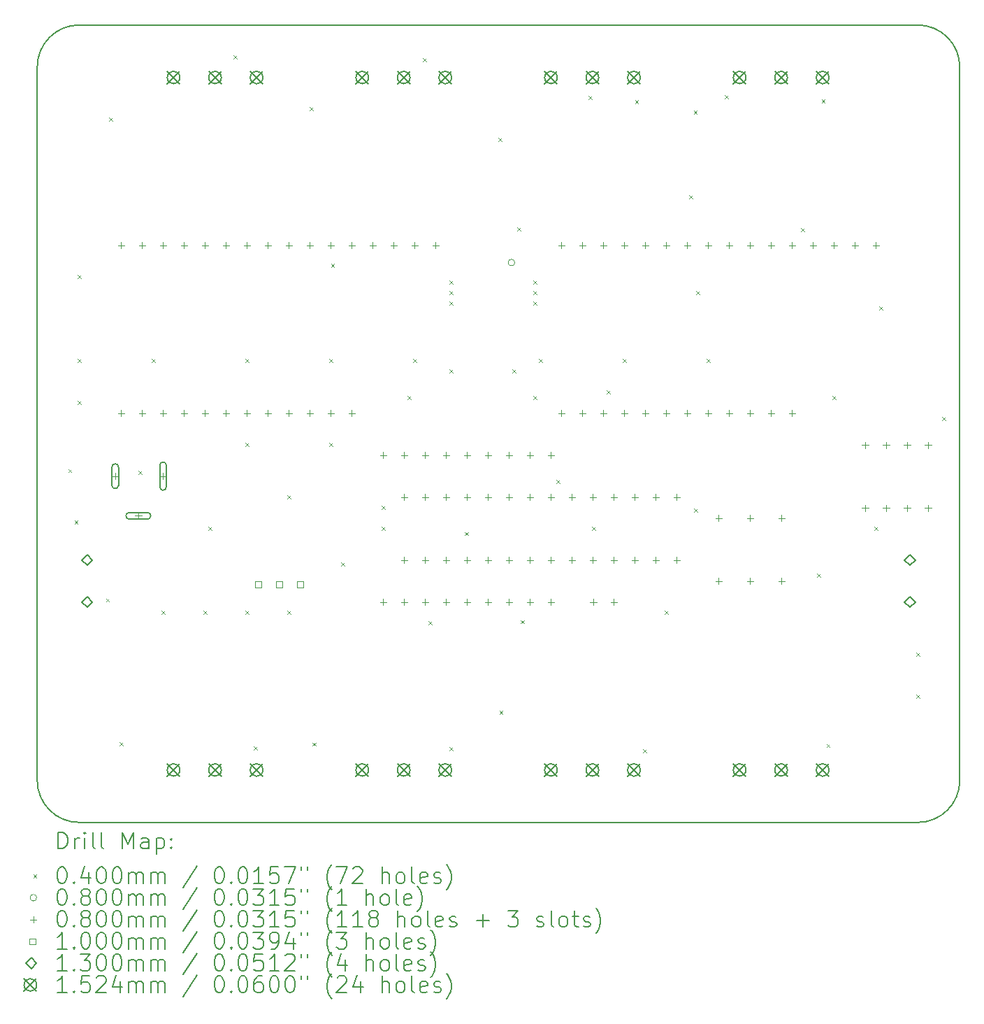
<source format=gbr>
%TF.GenerationSoftware,KiCad,Pcbnew,7.0.5-0*%
%TF.CreationDate,2023-11-04T22:15:29-04:00*%
%TF.ProjectId,track_sensor_board,74726163-6b5f-4736-956e-736f725f626f,rev?*%
%TF.SameCoordinates,Original*%
%TF.FileFunction,Drillmap*%
%TF.FilePolarity,Positive*%
%FSLAX45Y45*%
G04 Gerber Fmt 4.5, Leading zero omitted, Abs format (unit mm)*
G04 Created by KiCad (PCBNEW 7.0.5-0) date 2023-11-04 22:15:29*
%MOMM*%
%LPD*%
G01*
G04 APERTURE LIST*
%ADD10C,0.150000*%
%ADD11C,0.200000*%
%ADD12C,0.040000*%
%ADD13C,0.080000*%
%ADD14C,0.100000*%
%ADD15C,0.130000*%
%ADD16C,0.152400*%
G04 APERTURE END LIST*
D10*
X9652000Y-4826000D02*
X19812000Y-4826000D01*
X9144000Y-13970000D02*
X9144000Y-5334000D01*
X9652000Y-4826000D02*
G75*
G03*
X9144000Y-5334000I0J-508000D01*
G01*
X19812000Y-14478000D02*
X9652000Y-14478000D01*
X9144000Y-13970000D02*
G75*
G03*
X9652000Y-14478000I508000J0D01*
G01*
X19812000Y-14478000D02*
G75*
G03*
X20320000Y-13970000I0J508000D01*
G01*
X20320000Y-5334000D02*
G75*
G03*
X19812000Y-4826000I-508000J0D01*
G01*
X20320000Y-5334000D02*
X20320000Y-13970000D01*
D11*
D12*
X9519732Y-10202207D02*
X9559732Y-10242207D01*
X9559732Y-10202207D02*
X9519732Y-10242207D01*
X9594556Y-10823252D02*
X9634556Y-10863252D01*
X9634556Y-10823252D02*
X9594556Y-10863252D01*
X9632000Y-7854000D02*
X9672000Y-7894000D01*
X9672000Y-7854000D02*
X9632000Y-7894000D01*
X9632000Y-8870000D02*
X9672000Y-8910000D01*
X9672000Y-8870000D02*
X9632000Y-8910000D01*
X9632000Y-9378000D02*
X9672000Y-9418000D01*
X9672000Y-9378000D02*
X9632000Y-9418000D01*
X9975598Y-11767668D02*
X10015598Y-11807668D01*
X10015598Y-11767668D02*
X9975598Y-11807668D01*
X10013000Y-5949000D02*
X10053000Y-5989000D01*
X10053000Y-5949000D02*
X10013000Y-5989000D01*
X10140000Y-13505500D02*
X10180000Y-13545500D01*
X10180000Y-13505500D02*
X10140000Y-13545500D01*
X10372732Y-10224655D02*
X10412732Y-10264655D01*
X10412732Y-10224655D02*
X10372732Y-10264655D01*
X10528593Y-8868485D02*
X10568593Y-8908485D01*
X10568593Y-8868485D02*
X10528593Y-8908485D01*
X10648000Y-11918000D02*
X10688000Y-11958000D01*
X10688000Y-11918000D02*
X10648000Y-11958000D01*
X11156000Y-11918000D02*
X11196000Y-11958000D01*
X11196000Y-11918000D02*
X11156000Y-11958000D01*
X11219500Y-10902000D02*
X11259500Y-10942000D01*
X11259500Y-10902000D02*
X11219500Y-10942000D01*
X11518655Y-5195497D02*
X11558655Y-5235497D01*
X11558655Y-5195497D02*
X11518655Y-5235497D01*
X11664000Y-8870000D02*
X11704000Y-8910000D01*
X11704000Y-8870000D02*
X11664000Y-8910000D01*
X11664000Y-9886000D02*
X11704000Y-9926000D01*
X11704000Y-9886000D02*
X11664000Y-9926000D01*
X11664000Y-11918000D02*
X11704000Y-11958000D01*
X11704000Y-11918000D02*
X11664000Y-11958000D01*
X11769523Y-13559074D02*
X11809523Y-13599074D01*
X11809523Y-13559074D02*
X11769523Y-13599074D01*
X12172000Y-10521000D02*
X12212000Y-10561000D01*
X12212000Y-10521000D02*
X12172000Y-10561000D01*
X12172000Y-11918000D02*
X12212000Y-11958000D01*
X12212000Y-11918000D02*
X12172000Y-11958000D01*
X12442794Y-5822000D02*
X12482794Y-5862000D01*
X12482794Y-5822000D02*
X12442794Y-5862000D01*
X12479120Y-13512791D02*
X12519120Y-13552791D01*
X12519120Y-13512791D02*
X12479120Y-13552791D01*
X12680000Y-8870000D02*
X12720000Y-8910000D01*
X12720000Y-8870000D02*
X12680000Y-8910000D01*
X12680000Y-9886000D02*
X12720000Y-9926000D01*
X12720000Y-9886000D02*
X12680000Y-9926000D01*
X12703304Y-7718825D02*
X12743304Y-7758825D01*
X12743304Y-7718825D02*
X12703304Y-7758825D01*
X12827407Y-11333690D02*
X12867407Y-11373690D01*
X12867407Y-11333690D02*
X12827407Y-11373690D01*
X13315000Y-10648000D02*
X13355000Y-10688000D01*
X13355000Y-10648000D02*
X13315000Y-10688000D01*
X13315000Y-10902000D02*
X13355000Y-10942000D01*
X13355000Y-10902000D02*
X13315000Y-10942000D01*
X13632500Y-9314500D02*
X13672500Y-9354500D01*
X13672500Y-9314500D02*
X13632500Y-9354500D01*
X13696000Y-8870000D02*
X13736000Y-8910000D01*
X13736000Y-8870000D02*
X13696000Y-8910000D01*
X13816977Y-5225524D02*
X13856977Y-5265524D01*
X13856977Y-5225524D02*
X13816977Y-5265524D01*
X13886500Y-12045000D02*
X13926500Y-12085000D01*
X13926500Y-12045000D02*
X13886500Y-12085000D01*
X14140500Y-7917500D02*
X14180500Y-7957500D01*
X14180500Y-7917500D02*
X14140500Y-7957500D01*
X14140500Y-8044500D02*
X14180500Y-8084500D01*
X14180500Y-8044500D02*
X14140500Y-8084500D01*
X14140500Y-8171500D02*
X14180500Y-8211500D01*
X14180500Y-8171500D02*
X14140500Y-8211500D01*
X14140500Y-8997000D02*
X14180500Y-9037000D01*
X14180500Y-8997000D02*
X14140500Y-9037000D01*
X14140500Y-13569000D02*
X14180500Y-13609000D01*
X14180500Y-13569000D02*
X14140500Y-13609000D01*
X14322688Y-10963790D02*
X14362688Y-11003790D01*
X14362688Y-10963790D02*
X14322688Y-11003790D01*
X14729868Y-6191573D02*
X14769868Y-6231573D01*
X14769868Y-6191573D02*
X14729868Y-6231573D01*
X14743747Y-13124500D02*
X14783747Y-13164500D01*
X14783747Y-13124500D02*
X14743747Y-13164500D01*
X14902500Y-8997000D02*
X14942500Y-9037000D01*
X14942500Y-8997000D02*
X14902500Y-9037000D01*
X14957159Y-7277752D02*
X14997159Y-7317752D01*
X14997159Y-7277752D02*
X14957159Y-7317752D01*
X14999816Y-12029225D02*
X15039816Y-12069225D01*
X15039816Y-12029225D02*
X14999816Y-12069225D01*
X15156500Y-7917500D02*
X15196500Y-7957500D01*
X15196500Y-7917500D02*
X15156500Y-7957500D01*
X15156500Y-8044500D02*
X15196500Y-8084500D01*
X15196500Y-8044500D02*
X15156500Y-8084500D01*
X15156500Y-8171500D02*
X15196500Y-8211500D01*
X15196500Y-8171500D02*
X15156500Y-8211500D01*
X15156500Y-9314500D02*
X15196500Y-9354500D01*
X15196500Y-9314500D02*
X15156500Y-9354500D01*
X15220000Y-8870000D02*
X15260000Y-8910000D01*
X15260000Y-8870000D02*
X15220000Y-8910000D01*
X15432350Y-10330500D02*
X15472350Y-10370500D01*
X15472350Y-10330500D02*
X15432350Y-10370500D01*
X15822923Y-5686851D02*
X15862923Y-5726851D01*
X15862923Y-5686851D02*
X15822923Y-5726851D01*
X15867272Y-10899964D02*
X15907272Y-10939964D01*
X15907272Y-10899964D02*
X15867272Y-10939964D01*
X16045500Y-9251000D02*
X16085500Y-9291000D01*
X16085500Y-9251000D02*
X16045500Y-9291000D01*
X16236000Y-8870000D02*
X16276000Y-8910000D01*
X16276000Y-8870000D02*
X16236000Y-8910000D01*
X16384677Y-5732897D02*
X16424677Y-5772897D01*
X16424677Y-5732897D02*
X16384677Y-5772897D01*
X16480401Y-13589364D02*
X16520401Y-13629364D01*
X16520401Y-13589364D02*
X16480401Y-13629364D01*
X16744000Y-11918000D02*
X16784000Y-11958000D01*
X16784000Y-11918000D02*
X16744000Y-11958000D01*
X17042593Y-6889308D02*
X17082593Y-6929308D01*
X17082593Y-6889308D02*
X17042593Y-6929308D01*
X17096977Y-5862219D02*
X17136977Y-5902219D01*
X17136977Y-5862219D02*
X17096977Y-5902219D01*
X17098180Y-10680859D02*
X17138180Y-10720859D01*
X17138180Y-10680859D02*
X17098180Y-10720859D01*
X17125000Y-8044500D02*
X17165000Y-8084500D01*
X17165000Y-8044500D02*
X17125000Y-8084500D01*
X17252000Y-8870000D02*
X17292000Y-8910000D01*
X17292000Y-8870000D02*
X17252000Y-8910000D01*
X17474503Y-5675919D02*
X17514503Y-5715919D01*
X17514503Y-5675919D02*
X17474503Y-5715919D01*
X18395000Y-7282500D02*
X18435000Y-7322500D01*
X18435000Y-7282500D02*
X18395000Y-7322500D01*
X18589338Y-11464071D02*
X18629338Y-11504071D01*
X18629338Y-11464071D02*
X18589338Y-11504071D01*
X18645225Y-5727172D02*
X18685225Y-5767172D01*
X18685225Y-5727172D02*
X18645225Y-5767172D01*
X18705418Y-13529461D02*
X18745418Y-13569461D01*
X18745418Y-13529461D02*
X18705418Y-13569461D01*
X18776000Y-9314500D02*
X18816000Y-9354500D01*
X18816000Y-9314500D02*
X18776000Y-9354500D01*
X19284000Y-10902000D02*
X19324000Y-10942000D01*
X19324000Y-10902000D02*
X19284000Y-10942000D01*
X19347500Y-8235000D02*
X19387500Y-8275000D01*
X19387500Y-8235000D02*
X19347500Y-8275000D01*
X19792000Y-12426000D02*
X19832000Y-12466000D01*
X19832000Y-12426000D02*
X19792000Y-12466000D01*
X19792000Y-12934000D02*
X19832000Y-12974000D01*
X19832000Y-12934000D02*
X19792000Y-12974000D01*
X20109500Y-9568500D02*
X20149500Y-9608500D01*
X20149500Y-9568500D02*
X20109500Y-9608500D01*
D13*
X14928526Y-7701270D02*
G75*
G03*
X14928526Y-7701270I-40000J0D01*
G01*
X10088000Y-10247000D02*
X10088000Y-10327000D01*
X10048000Y-10287000D02*
X10128000Y-10287000D01*
D11*
X10048000Y-10177000D02*
X10048000Y-10397000D01*
X10048000Y-10397000D02*
G75*
G03*
X10128000Y-10397000I40000J0D01*
G01*
X10128000Y-10397000D02*
X10128000Y-10177000D01*
X10128000Y-10177000D02*
G75*
G03*
X10048000Y-10177000I-40000J0D01*
G01*
D13*
X10160000Y-7453000D02*
X10160000Y-7533000D01*
X10120000Y-7493000D02*
X10200000Y-7493000D01*
X10160000Y-9485000D02*
X10160000Y-9565000D01*
X10120000Y-9525000D02*
X10200000Y-9525000D01*
X10368000Y-10727000D02*
X10368000Y-10807000D01*
X10328000Y-10767000D02*
X10408000Y-10767000D01*
D11*
X10258000Y-10807000D02*
X10478000Y-10807000D01*
X10478000Y-10807000D02*
G75*
G03*
X10478000Y-10727000I0J40000D01*
G01*
X10478000Y-10727000D02*
X10258000Y-10727000D01*
X10258000Y-10727000D02*
G75*
G03*
X10258000Y-10807000I0J-40000D01*
G01*
D13*
X10414000Y-7453000D02*
X10414000Y-7533000D01*
X10374000Y-7493000D02*
X10454000Y-7493000D01*
X10414000Y-9485000D02*
X10414000Y-9565000D01*
X10374000Y-9525000D02*
X10454000Y-9525000D01*
X10668000Y-7453000D02*
X10668000Y-7533000D01*
X10628000Y-7493000D02*
X10708000Y-7493000D01*
X10668000Y-9485000D02*
X10668000Y-9565000D01*
X10628000Y-9525000D02*
X10708000Y-9525000D01*
X10668000Y-10247000D02*
X10668000Y-10327000D01*
X10628000Y-10287000D02*
X10708000Y-10287000D01*
D11*
X10628000Y-10157000D02*
X10628000Y-10417000D01*
X10628000Y-10417000D02*
G75*
G03*
X10708000Y-10417000I40000J0D01*
G01*
X10708000Y-10417000D02*
X10708000Y-10157000D01*
X10708000Y-10157000D02*
G75*
G03*
X10628000Y-10157000I-40000J0D01*
G01*
D13*
X10922000Y-7453000D02*
X10922000Y-7533000D01*
X10882000Y-7493000D02*
X10962000Y-7493000D01*
X10922000Y-9485000D02*
X10922000Y-9565000D01*
X10882000Y-9525000D02*
X10962000Y-9525000D01*
X11176000Y-7453000D02*
X11176000Y-7533000D01*
X11136000Y-7493000D02*
X11216000Y-7493000D01*
X11176000Y-9485000D02*
X11176000Y-9565000D01*
X11136000Y-9525000D02*
X11216000Y-9525000D01*
X11430000Y-7453000D02*
X11430000Y-7533000D01*
X11390000Y-7493000D02*
X11470000Y-7493000D01*
X11430000Y-9485000D02*
X11430000Y-9565000D01*
X11390000Y-9525000D02*
X11470000Y-9525000D01*
X11684000Y-7453000D02*
X11684000Y-7533000D01*
X11644000Y-7493000D02*
X11724000Y-7493000D01*
X11684000Y-9485000D02*
X11684000Y-9565000D01*
X11644000Y-9525000D02*
X11724000Y-9525000D01*
X11938000Y-7453000D02*
X11938000Y-7533000D01*
X11898000Y-7493000D02*
X11978000Y-7493000D01*
X11938000Y-9485000D02*
X11938000Y-9565000D01*
X11898000Y-9525000D02*
X11978000Y-9525000D01*
X12192000Y-7453000D02*
X12192000Y-7533000D01*
X12152000Y-7493000D02*
X12232000Y-7493000D01*
X12192000Y-9485000D02*
X12192000Y-9565000D01*
X12152000Y-9525000D02*
X12232000Y-9525000D01*
X12446000Y-7453000D02*
X12446000Y-7533000D01*
X12406000Y-7493000D02*
X12486000Y-7493000D01*
X12446000Y-9485000D02*
X12446000Y-9565000D01*
X12406000Y-9525000D02*
X12486000Y-9525000D01*
X12700000Y-7453000D02*
X12700000Y-7533000D01*
X12660000Y-7493000D02*
X12740000Y-7493000D01*
X12700000Y-9485000D02*
X12700000Y-9565000D01*
X12660000Y-9525000D02*
X12740000Y-9525000D01*
X12954000Y-7453000D02*
X12954000Y-7533000D01*
X12914000Y-7493000D02*
X12994000Y-7493000D01*
X12954000Y-9485000D02*
X12954000Y-9565000D01*
X12914000Y-9525000D02*
X12994000Y-9525000D01*
X13208000Y-7453000D02*
X13208000Y-7533000D01*
X13168000Y-7493000D02*
X13248000Y-7493000D01*
X13335000Y-9993000D02*
X13335000Y-10073000D01*
X13295000Y-10033000D02*
X13375000Y-10033000D01*
X13335000Y-11771000D02*
X13335000Y-11851000D01*
X13295000Y-11811000D02*
X13375000Y-11811000D01*
X13462000Y-7453000D02*
X13462000Y-7533000D01*
X13422000Y-7493000D02*
X13502000Y-7493000D01*
X13589000Y-9993000D02*
X13589000Y-10073000D01*
X13549000Y-10033000D02*
X13629000Y-10033000D01*
X13589000Y-10501000D02*
X13589000Y-10581000D01*
X13549000Y-10541000D02*
X13629000Y-10541000D01*
X13589000Y-11263000D02*
X13589000Y-11343000D01*
X13549000Y-11303000D02*
X13629000Y-11303000D01*
X13589000Y-11771000D02*
X13589000Y-11851000D01*
X13549000Y-11811000D02*
X13629000Y-11811000D01*
X13716000Y-7453000D02*
X13716000Y-7533000D01*
X13676000Y-7493000D02*
X13756000Y-7493000D01*
X13843000Y-9993000D02*
X13843000Y-10073000D01*
X13803000Y-10033000D02*
X13883000Y-10033000D01*
X13843000Y-10501000D02*
X13843000Y-10581000D01*
X13803000Y-10541000D02*
X13883000Y-10541000D01*
X13843000Y-11263000D02*
X13843000Y-11343000D01*
X13803000Y-11303000D02*
X13883000Y-11303000D01*
X13843000Y-11771000D02*
X13843000Y-11851000D01*
X13803000Y-11811000D02*
X13883000Y-11811000D01*
X13970000Y-7453000D02*
X13970000Y-7533000D01*
X13930000Y-7493000D02*
X14010000Y-7493000D01*
X14097000Y-9993000D02*
X14097000Y-10073000D01*
X14057000Y-10033000D02*
X14137000Y-10033000D01*
X14097000Y-10501000D02*
X14097000Y-10581000D01*
X14057000Y-10541000D02*
X14137000Y-10541000D01*
X14097000Y-11263000D02*
X14097000Y-11343000D01*
X14057000Y-11303000D02*
X14137000Y-11303000D01*
X14097000Y-11771000D02*
X14097000Y-11851000D01*
X14057000Y-11811000D02*
X14137000Y-11811000D01*
X14351000Y-9993000D02*
X14351000Y-10073000D01*
X14311000Y-10033000D02*
X14391000Y-10033000D01*
X14351000Y-10501000D02*
X14351000Y-10581000D01*
X14311000Y-10541000D02*
X14391000Y-10541000D01*
X14351000Y-11263000D02*
X14351000Y-11343000D01*
X14311000Y-11303000D02*
X14391000Y-11303000D01*
X14351000Y-11771000D02*
X14351000Y-11851000D01*
X14311000Y-11811000D02*
X14391000Y-11811000D01*
X14605000Y-9993000D02*
X14605000Y-10073000D01*
X14565000Y-10033000D02*
X14645000Y-10033000D01*
X14605000Y-10501000D02*
X14605000Y-10581000D01*
X14565000Y-10541000D02*
X14645000Y-10541000D01*
X14605000Y-11263000D02*
X14605000Y-11343000D01*
X14565000Y-11303000D02*
X14645000Y-11303000D01*
X14605000Y-11771000D02*
X14605000Y-11851000D01*
X14565000Y-11811000D02*
X14645000Y-11811000D01*
X14859000Y-9993000D02*
X14859000Y-10073000D01*
X14819000Y-10033000D02*
X14899000Y-10033000D01*
X14859000Y-10501000D02*
X14859000Y-10581000D01*
X14819000Y-10541000D02*
X14899000Y-10541000D01*
X14859000Y-11263000D02*
X14859000Y-11343000D01*
X14819000Y-11303000D02*
X14899000Y-11303000D01*
X14859000Y-11771000D02*
X14859000Y-11851000D01*
X14819000Y-11811000D02*
X14899000Y-11811000D01*
X15113000Y-9993000D02*
X15113000Y-10073000D01*
X15073000Y-10033000D02*
X15153000Y-10033000D01*
X15113000Y-10501000D02*
X15113000Y-10581000D01*
X15073000Y-10541000D02*
X15153000Y-10541000D01*
X15113000Y-11263000D02*
X15113000Y-11343000D01*
X15073000Y-11303000D02*
X15153000Y-11303000D01*
X15113000Y-11771000D02*
X15113000Y-11851000D01*
X15073000Y-11811000D02*
X15153000Y-11811000D01*
X15367000Y-9993000D02*
X15367000Y-10073000D01*
X15327000Y-10033000D02*
X15407000Y-10033000D01*
X15367000Y-10501000D02*
X15367000Y-10581000D01*
X15327000Y-10541000D02*
X15407000Y-10541000D01*
X15367000Y-11263000D02*
X15367000Y-11343000D01*
X15327000Y-11303000D02*
X15407000Y-11303000D01*
X15367000Y-11771000D02*
X15367000Y-11851000D01*
X15327000Y-11811000D02*
X15407000Y-11811000D01*
X15494000Y-7453000D02*
X15494000Y-7533000D01*
X15454000Y-7493000D02*
X15534000Y-7493000D01*
X15494000Y-9485000D02*
X15494000Y-9565000D01*
X15454000Y-9525000D02*
X15534000Y-9525000D01*
X15621000Y-10501000D02*
X15621000Y-10581000D01*
X15581000Y-10541000D02*
X15661000Y-10541000D01*
X15621000Y-11263000D02*
X15621000Y-11343000D01*
X15581000Y-11303000D02*
X15661000Y-11303000D01*
X15748000Y-7453000D02*
X15748000Y-7533000D01*
X15708000Y-7493000D02*
X15788000Y-7493000D01*
X15748000Y-9485000D02*
X15748000Y-9565000D01*
X15708000Y-9525000D02*
X15788000Y-9525000D01*
X15875000Y-10501000D02*
X15875000Y-10581000D01*
X15835000Y-10541000D02*
X15915000Y-10541000D01*
X15875000Y-11263000D02*
X15875000Y-11343000D01*
X15835000Y-11303000D02*
X15915000Y-11303000D01*
X15879000Y-11771000D02*
X15879000Y-11851000D01*
X15839000Y-11811000D02*
X15919000Y-11811000D01*
X16002000Y-7453000D02*
X16002000Y-7533000D01*
X15962000Y-7493000D02*
X16042000Y-7493000D01*
X16002000Y-9485000D02*
X16002000Y-9565000D01*
X15962000Y-9525000D02*
X16042000Y-9525000D01*
X16129000Y-10501000D02*
X16129000Y-10581000D01*
X16089000Y-10541000D02*
X16169000Y-10541000D01*
X16129000Y-11263000D02*
X16129000Y-11343000D01*
X16089000Y-11303000D02*
X16169000Y-11303000D01*
X16129000Y-11771000D02*
X16129000Y-11851000D01*
X16089000Y-11811000D02*
X16169000Y-11811000D01*
X16256000Y-7453000D02*
X16256000Y-7533000D01*
X16216000Y-7493000D02*
X16296000Y-7493000D01*
X16256000Y-9485000D02*
X16256000Y-9565000D01*
X16216000Y-9525000D02*
X16296000Y-9525000D01*
X16383000Y-10501000D02*
X16383000Y-10581000D01*
X16343000Y-10541000D02*
X16423000Y-10541000D01*
X16383000Y-11263000D02*
X16383000Y-11343000D01*
X16343000Y-11303000D02*
X16423000Y-11303000D01*
X16510000Y-7453000D02*
X16510000Y-7533000D01*
X16470000Y-7493000D02*
X16550000Y-7493000D01*
X16510000Y-9485000D02*
X16510000Y-9565000D01*
X16470000Y-9525000D02*
X16550000Y-9525000D01*
X16637000Y-10501000D02*
X16637000Y-10581000D01*
X16597000Y-10541000D02*
X16677000Y-10541000D01*
X16637000Y-11263000D02*
X16637000Y-11343000D01*
X16597000Y-11303000D02*
X16677000Y-11303000D01*
X16764000Y-7453000D02*
X16764000Y-7533000D01*
X16724000Y-7493000D02*
X16804000Y-7493000D01*
X16764000Y-9485000D02*
X16764000Y-9565000D01*
X16724000Y-9525000D02*
X16804000Y-9525000D01*
X16891000Y-10501000D02*
X16891000Y-10581000D01*
X16851000Y-10541000D02*
X16931000Y-10541000D01*
X16891000Y-11263000D02*
X16891000Y-11343000D01*
X16851000Y-11303000D02*
X16931000Y-11303000D01*
X17018000Y-7453000D02*
X17018000Y-7533000D01*
X16978000Y-7493000D02*
X17058000Y-7493000D01*
X17018000Y-9485000D02*
X17018000Y-9565000D01*
X16978000Y-9525000D02*
X17058000Y-9525000D01*
X17272000Y-7453000D02*
X17272000Y-7533000D01*
X17232000Y-7493000D02*
X17312000Y-7493000D01*
X17272000Y-9485000D02*
X17272000Y-9565000D01*
X17232000Y-9525000D02*
X17312000Y-9525000D01*
X17399000Y-10755000D02*
X17399000Y-10835000D01*
X17359000Y-10795000D02*
X17439000Y-10795000D01*
X17399000Y-11517000D02*
X17399000Y-11597000D01*
X17359000Y-11557000D02*
X17439000Y-11557000D01*
X17526000Y-7453000D02*
X17526000Y-7533000D01*
X17486000Y-7493000D02*
X17566000Y-7493000D01*
X17526000Y-9485000D02*
X17526000Y-9565000D01*
X17486000Y-9525000D02*
X17566000Y-9525000D01*
X17780000Y-7453000D02*
X17780000Y-7533000D01*
X17740000Y-7493000D02*
X17820000Y-7493000D01*
X17780000Y-9485000D02*
X17780000Y-9565000D01*
X17740000Y-9525000D02*
X17820000Y-9525000D01*
X17780000Y-10755000D02*
X17780000Y-10835000D01*
X17740000Y-10795000D02*
X17820000Y-10795000D01*
X17780000Y-11517000D02*
X17780000Y-11597000D01*
X17740000Y-11557000D02*
X17820000Y-11557000D01*
X18034000Y-7453000D02*
X18034000Y-7533000D01*
X17994000Y-7493000D02*
X18074000Y-7493000D01*
X18034000Y-9485000D02*
X18034000Y-9565000D01*
X17994000Y-9525000D02*
X18074000Y-9525000D01*
X18161000Y-10755000D02*
X18161000Y-10835000D01*
X18121000Y-10795000D02*
X18201000Y-10795000D01*
X18161000Y-11517000D02*
X18161000Y-11597000D01*
X18121000Y-11557000D02*
X18201000Y-11557000D01*
X18288000Y-7453000D02*
X18288000Y-7533000D01*
X18248000Y-7493000D02*
X18328000Y-7493000D01*
X18288000Y-9485000D02*
X18288000Y-9565000D01*
X18248000Y-9525000D02*
X18328000Y-9525000D01*
X18542000Y-7453000D02*
X18542000Y-7533000D01*
X18502000Y-7493000D02*
X18582000Y-7493000D01*
X18796000Y-7453000D02*
X18796000Y-7533000D01*
X18756000Y-7493000D02*
X18836000Y-7493000D01*
X19050000Y-7453000D02*
X19050000Y-7533000D01*
X19010000Y-7493000D02*
X19090000Y-7493000D01*
X19176000Y-9870250D02*
X19176000Y-9950250D01*
X19136000Y-9910250D02*
X19216000Y-9910250D01*
X19176000Y-10632250D02*
X19176000Y-10712250D01*
X19136000Y-10672250D02*
X19216000Y-10672250D01*
X19304000Y-7453000D02*
X19304000Y-7533000D01*
X19264000Y-7493000D02*
X19344000Y-7493000D01*
X19430000Y-9870250D02*
X19430000Y-9950250D01*
X19390000Y-9910250D02*
X19470000Y-9910250D01*
X19430000Y-10632250D02*
X19430000Y-10712250D01*
X19390000Y-10672250D02*
X19470000Y-10672250D01*
X19684000Y-9870250D02*
X19684000Y-9950250D01*
X19644000Y-9910250D02*
X19724000Y-9910250D01*
X19684000Y-10632250D02*
X19684000Y-10712250D01*
X19644000Y-10672250D02*
X19724000Y-10672250D01*
X19938000Y-9870250D02*
X19938000Y-9950250D01*
X19898000Y-9910250D02*
X19978000Y-9910250D01*
X19938000Y-10632250D02*
X19938000Y-10712250D01*
X19898000Y-10672250D02*
X19978000Y-10672250D01*
D14*
X11857106Y-11633606D02*
X11857106Y-11562894D01*
X11786394Y-11562894D01*
X11786394Y-11633606D01*
X11857106Y-11633606D01*
X12111106Y-11633606D02*
X12111106Y-11562894D01*
X12040394Y-11562894D01*
X12040394Y-11633606D01*
X12111106Y-11633606D01*
X12365106Y-11633606D02*
X12365106Y-11562894D01*
X12294394Y-11562894D01*
X12294394Y-11633606D01*
X12365106Y-11633606D01*
D15*
X9748500Y-11368000D02*
X9813500Y-11303000D01*
X9748500Y-11238000D01*
X9683500Y-11303000D01*
X9748500Y-11368000D01*
X9748500Y-11876000D02*
X9813500Y-11811000D01*
X9748500Y-11746000D01*
X9683500Y-11811000D01*
X9748500Y-11876000D01*
X19715500Y-11368000D02*
X19780500Y-11303000D01*
X19715500Y-11238000D01*
X19650500Y-11303000D01*
X19715500Y-11368000D01*
X19715500Y-11876000D02*
X19780500Y-11811000D01*
X19715500Y-11746000D01*
X19650500Y-11811000D01*
X19715500Y-11876000D01*
D16*
X10718800Y-5384800D02*
X10871200Y-5537200D01*
X10871200Y-5384800D02*
X10718800Y-5537200D01*
X10871200Y-5461000D02*
G75*
G03*
X10871200Y-5461000I-76200J0D01*
G01*
X10718800Y-13766800D02*
X10871200Y-13919200D01*
X10871200Y-13766800D02*
X10718800Y-13919200D01*
X10871200Y-13843000D02*
G75*
G03*
X10871200Y-13843000I-76200J0D01*
G01*
X11221720Y-5384800D02*
X11374120Y-5537200D01*
X11374120Y-5384800D02*
X11221720Y-5537200D01*
X11374120Y-5461000D02*
G75*
G03*
X11374120Y-5461000I-76200J0D01*
G01*
X11221720Y-13766800D02*
X11374120Y-13919200D01*
X11374120Y-13766800D02*
X11221720Y-13919200D01*
X11374120Y-13843000D02*
G75*
G03*
X11374120Y-13843000I-76200J0D01*
G01*
X11724640Y-5384800D02*
X11877040Y-5537200D01*
X11877040Y-5384800D02*
X11724640Y-5537200D01*
X11877040Y-5461000D02*
G75*
G03*
X11877040Y-5461000I-76200J0D01*
G01*
X11724640Y-13766800D02*
X11877040Y-13919200D01*
X11877040Y-13766800D02*
X11724640Y-13919200D01*
X11877040Y-13843000D02*
G75*
G03*
X11877040Y-13843000I-76200J0D01*
G01*
X13004800Y-5384800D02*
X13157200Y-5537200D01*
X13157200Y-5384800D02*
X13004800Y-5537200D01*
X13157200Y-5461000D02*
G75*
G03*
X13157200Y-5461000I-76200J0D01*
G01*
X13004800Y-13766800D02*
X13157200Y-13919200D01*
X13157200Y-13766800D02*
X13004800Y-13919200D01*
X13157200Y-13843000D02*
G75*
G03*
X13157200Y-13843000I-76200J0D01*
G01*
X13507720Y-5384800D02*
X13660120Y-5537200D01*
X13660120Y-5384800D02*
X13507720Y-5537200D01*
X13660120Y-5461000D02*
G75*
G03*
X13660120Y-5461000I-76200J0D01*
G01*
X13507720Y-13766800D02*
X13660120Y-13919200D01*
X13660120Y-13766800D02*
X13507720Y-13919200D01*
X13660120Y-13843000D02*
G75*
G03*
X13660120Y-13843000I-76200J0D01*
G01*
X14010640Y-5384800D02*
X14163040Y-5537200D01*
X14163040Y-5384800D02*
X14010640Y-5537200D01*
X14163040Y-5461000D02*
G75*
G03*
X14163040Y-5461000I-76200J0D01*
G01*
X14010640Y-13766800D02*
X14163040Y-13919200D01*
X14163040Y-13766800D02*
X14010640Y-13919200D01*
X14163040Y-13843000D02*
G75*
G03*
X14163040Y-13843000I-76200J0D01*
G01*
X15290800Y-5384800D02*
X15443200Y-5537200D01*
X15443200Y-5384800D02*
X15290800Y-5537200D01*
X15443200Y-5461000D02*
G75*
G03*
X15443200Y-5461000I-76200J0D01*
G01*
X15290800Y-13766800D02*
X15443200Y-13919200D01*
X15443200Y-13766800D02*
X15290800Y-13919200D01*
X15443200Y-13843000D02*
G75*
G03*
X15443200Y-13843000I-76200J0D01*
G01*
X15793720Y-5384800D02*
X15946120Y-5537200D01*
X15946120Y-5384800D02*
X15793720Y-5537200D01*
X15946120Y-5461000D02*
G75*
G03*
X15946120Y-5461000I-76200J0D01*
G01*
X15793720Y-13766800D02*
X15946120Y-13919200D01*
X15946120Y-13766800D02*
X15793720Y-13919200D01*
X15946120Y-13843000D02*
G75*
G03*
X15946120Y-13843000I-76200J0D01*
G01*
X16296640Y-5384800D02*
X16449040Y-5537200D01*
X16449040Y-5384800D02*
X16296640Y-5537200D01*
X16449040Y-5461000D02*
G75*
G03*
X16449040Y-5461000I-76200J0D01*
G01*
X16296640Y-13766800D02*
X16449040Y-13919200D01*
X16449040Y-13766800D02*
X16296640Y-13919200D01*
X16449040Y-13843000D02*
G75*
G03*
X16449040Y-13843000I-76200J0D01*
G01*
X17576800Y-5384800D02*
X17729200Y-5537200D01*
X17729200Y-5384800D02*
X17576800Y-5537200D01*
X17729200Y-5461000D02*
G75*
G03*
X17729200Y-5461000I-76200J0D01*
G01*
X17576800Y-13766800D02*
X17729200Y-13919200D01*
X17729200Y-13766800D02*
X17576800Y-13919200D01*
X17729200Y-13843000D02*
G75*
G03*
X17729200Y-13843000I-76200J0D01*
G01*
X18079720Y-5384800D02*
X18232120Y-5537200D01*
X18232120Y-5384800D02*
X18079720Y-5537200D01*
X18232120Y-5461000D02*
G75*
G03*
X18232120Y-5461000I-76200J0D01*
G01*
X18079720Y-13766800D02*
X18232120Y-13919200D01*
X18232120Y-13766800D02*
X18079720Y-13919200D01*
X18232120Y-13843000D02*
G75*
G03*
X18232120Y-13843000I-76200J0D01*
G01*
X18582640Y-5384800D02*
X18735040Y-5537200D01*
X18735040Y-5384800D02*
X18582640Y-5537200D01*
X18735040Y-5461000D02*
G75*
G03*
X18735040Y-5461000I-76200J0D01*
G01*
X18582640Y-13766800D02*
X18735040Y-13919200D01*
X18735040Y-13766800D02*
X18582640Y-13919200D01*
X18735040Y-13843000D02*
G75*
G03*
X18735040Y-13843000I-76200J0D01*
G01*
D11*
X9397277Y-14796984D02*
X9397277Y-14596984D01*
X9397277Y-14596984D02*
X9444896Y-14596984D01*
X9444896Y-14596984D02*
X9473467Y-14606508D01*
X9473467Y-14606508D02*
X9492515Y-14625555D01*
X9492515Y-14625555D02*
X9502039Y-14644603D01*
X9502039Y-14644603D02*
X9511563Y-14682698D01*
X9511563Y-14682698D02*
X9511563Y-14711269D01*
X9511563Y-14711269D02*
X9502039Y-14749365D01*
X9502039Y-14749365D02*
X9492515Y-14768412D01*
X9492515Y-14768412D02*
X9473467Y-14787460D01*
X9473467Y-14787460D02*
X9444896Y-14796984D01*
X9444896Y-14796984D02*
X9397277Y-14796984D01*
X9597277Y-14796984D02*
X9597277Y-14663650D01*
X9597277Y-14701746D02*
X9606801Y-14682698D01*
X9606801Y-14682698D02*
X9616324Y-14673174D01*
X9616324Y-14673174D02*
X9635372Y-14663650D01*
X9635372Y-14663650D02*
X9654420Y-14663650D01*
X9721086Y-14796984D02*
X9721086Y-14663650D01*
X9721086Y-14596984D02*
X9711563Y-14606508D01*
X9711563Y-14606508D02*
X9721086Y-14616031D01*
X9721086Y-14616031D02*
X9730610Y-14606508D01*
X9730610Y-14606508D02*
X9721086Y-14596984D01*
X9721086Y-14596984D02*
X9721086Y-14616031D01*
X9844896Y-14796984D02*
X9825848Y-14787460D01*
X9825848Y-14787460D02*
X9816324Y-14768412D01*
X9816324Y-14768412D02*
X9816324Y-14596984D01*
X9949658Y-14796984D02*
X9930610Y-14787460D01*
X9930610Y-14787460D02*
X9921086Y-14768412D01*
X9921086Y-14768412D02*
X9921086Y-14596984D01*
X10178229Y-14796984D02*
X10178229Y-14596984D01*
X10178229Y-14596984D02*
X10244896Y-14739841D01*
X10244896Y-14739841D02*
X10311563Y-14596984D01*
X10311563Y-14596984D02*
X10311563Y-14796984D01*
X10492515Y-14796984D02*
X10492515Y-14692222D01*
X10492515Y-14692222D02*
X10482991Y-14673174D01*
X10482991Y-14673174D02*
X10463944Y-14663650D01*
X10463944Y-14663650D02*
X10425848Y-14663650D01*
X10425848Y-14663650D02*
X10406801Y-14673174D01*
X10492515Y-14787460D02*
X10473467Y-14796984D01*
X10473467Y-14796984D02*
X10425848Y-14796984D01*
X10425848Y-14796984D02*
X10406801Y-14787460D01*
X10406801Y-14787460D02*
X10397277Y-14768412D01*
X10397277Y-14768412D02*
X10397277Y-14749365D01*
X10397277Y-14749365D02*
X10406801Y-14730317D01*
X10406801Y-14730317D02*
X10425848Y-14720793D01*
X10425848Y-14720793D02*
X10473467Y-14720793D01*
X10473467Y-14720793D02*
X10492515Y-14711269D01*
X10587753Y-14663650D02*
X10587753Y-14863650D01*
X10587753Y-14673174D02*
X10606801Y-14663650D01*
X10606801Y-14663650D02*
X10644896Y-14663650D01*
X10644896Y-14663650D02*
X10663944Y-14673174D01*
X10663944Y-14673174D02*
X10673467Y-14682698D01*
X10673467Y-14682698D02*
X10682991Y-14701746D01*
X10682991Y-14701746D02*
X10682991Y-14758888D01*
X10682991Y-14758888D02*
X10673467Y-14777936D01*
X10673467Y-14777936D02*
X10663944Y-14787460D01*
X10663944Y-14787460D02*
X10644896Y-14796984D01*
X10644896Y-14796984D02*
X10606801Y-14796984D01*
X10606801Y-14796984D02*
X10587753Y-14787460D01*
X10768705Y-14777936D02*
X10778229Y-14787460D01*
X10778229Y-14787460D02*
X10768705Y-14796984D01*
X10768705Y-14796984D02*
X10759182Y-14787460D01*
X10759182Y-14787460D02*
X10768705Y-14777936D01*
X10768705Y-14777936D02*
X10768705Y-14796984D01*
X10768705Y-14673174D02*
X10778229Y-14682698D01*
X10778229Y-14682698D02*
X10768705Y-14692222D01*
X10768705Y-14692222D02*
X10759182Y-14682698D01*
X10759182Y-14682698D02*
X10768705Y-14673174D01*
X10768705Y-14673174D02*
X10768705Y-14692222D01*
D12*
X9096500Y-15105500D02*
X9136500Y-15145500D01*
X9136500Y-15105500D02*
X9096500Y-15145500D01*
D11*
X9435372Y-15016984D02*
X9454420Y-15016984D01*
X9454420Y-15016984D02*
X9473467Y-15026508D01*
X9473467Y-15026508D02*
X9482991Y-15036031D01*
X9482991Y-15036031D02*
X9492515Y-15055079D01*
X9492515Y-15055079D02*
X9502039Y-15093174D01*
X9502039Y-15093174D02*
X9502039Y-15140793D01*
X9502039Y-15140793D02*
X9492515Y-15178888D01*
X9492515Y-15178888D02*
X9482991Y-15197936D01*
X9482991Y-15197936D02*
X9473467Y-15207460D01*
X9473467Y-15207460D02*
X9454420Y-15216984D01*
X9454420Y-15216984D02*
X9435372Y-15216984D01*
X9435372Y-15216984D02*
X9416324Y-15207460D01*
X9416324Y-15207460D02*
X9406801Y-15197936D01*
X9406801Y-15197936D02*
X9397277Y-15178888D01*
X9397277Y-15178888D02*
X9387753Y-15140793D01*
X9387753Y-15140793D02*
X9387753Y-15093174D01*
X9387753Y-15093174D02*
X9397277Y-15055079D01*
X9397277Y-15055079D02*
X9406801Y-15036031D01*
X9406801Y-15036031D02*
X9416324Y-15026508D01*
X9416324Y-15026508D02*
X9435372Y-15016984D01*
X9587753Y-15197936D02*
X9597277Y-15207460D01*
X9597277Y-15207460D02*
X9587753Y-15216984D01*
X9587753Y-15216984D02*
X9578229Y-15207460D01*
X9578229Y-15207460D02*
X9587753Y-15197936D01*
X9587753Y-15197936D02*
X9587753Y-15216984D01*
X9768705Y-15083650D02*
X9768705Y-15216984D01*
X9721086Y-15007460D02*
X9673467Y-15150317D01*
X9673467Y-15150317D02*
X9797277Y-15150317D01*
X9911563Y-15016984D02*
X9930610Y-15016984D01*
X9930610Y-15016984D02*
X9949658Y-15026508D01*
X9949658Y-15026508D02*
X9959182Y-15036031D01*
X9959182Y-15036031D02*
X9968705Y-15055079D01*
X9968705Y-15055079D02*
X9978229Y-15093174D01*
X9978229Y-15093174D02*
X9978229Y-15140793D01*
X9978229Y-15140793D02*
X9968705Y-15178888D01*
X9968705Y-15178888D02*
X9959182Y-15197936D01*
X9959182Y-15197936D02*
X9949658Y-15207460D01*
X9949658Y-15207460D02*
X9930610Y-15216984D01*
X9930610Y-15216984D02*
X9911563Y-15216984D01*
X9911563Y-15216984D02*
X9892515Y-15207460D01*
X9892515Y-15207460D02*
X9882991Y-15197936D01*
X9882991Y-15197936D02*
X9873467Y-15178888D01*
X9873467Y-15178888D02*
X9863944Y-15140793D01*
X9863944Y-15140793D02*
X9863944Y-15093174D01*
X9863944Y-15093174D02*
X9873467Y-15055079D01*
X9873467Y-15055079D02*
X9882991Y-15036031D01*
X9882991Y-15036031D02*
X9892515Y-15026508D01*
X9892515Y-15026508D02*
X9911563Y-15016984D01*
X10102039Y-15016984D02*
X10121086Y-15016984D01*
X10121086Y-15016984D02*
X10140134Y-15026508D01*
X10140134Y-15026508D02*
X10149658Y-15036031D01*
X10149658Y-15036031D02*
X10159182Y-15055079D01*
X10159182Y-15055079D02*
X10168705Y-15093174D01*
X10168705Y-15093174D02*
X10168705Y-15140793D01*
X10168705Y-15140793D02*
X10159182Y-15178888D01*
X10159182Y-15178888D02*
X10149658Y-15197936D01*
X10149658Y-15197936D02*
X10140134Y-15207460D01*
X10140134Y-15207460D02*
X10121086Y-15216984D01*
X10121086Y-15216984D02*
X10102039Y-15216984D01*
X10102039Y-15216984D02*
X10082991Y-15207460D01*
X10082991Y-15207460D02*
X10073467Y-15197936D01*
X10073467Y-15197936D02*
X10063944Y-15178888D01*
X10063944Y-15178888D02*
X10054420Y-15140793D01*
X10054420Y-15140793D02*
X10054420Y-15093174D01*
X10054420Y-15093174D02*
X10063944Y-15055079D01*
X10063944Y-15055079D02*
X10073467Y-15036031D01*
X10073467Y-15036031D02*
X10082991Y-15026508D01*
X10082991Y-15026508D02*
X10102039Y-15016984D01*
X10254420Y-15216984D02*
X10254420Y-15083650D01*
X10254420Y-15102698D02*
X10263944Y-15093174D01*
X10263944Y-15093174D02*
X10282991Y-15083650D01*
X10282991Y-15083650D02*
X10311563Y-15083650D01*
X10311563Y-15083650D02*
X10330610Y-15093174D01*
X10330610Y-15093174D02*
X10340134Y-15112222D01*
X10340134Y-15112222D02*
X10340134Y-15216984D01*
X10340134Y-15112222D02*
X10349658Y-15093174D01*
X10349658Y-15093174D02*
X10368705Y-15083650D01*
X10368705Y-15083650D02*
X10397277Y-15083650D01*
X10397277Y-15083650D02*
X10416325Y-15093174D01*
X10416325Y-15093174D02*
X10425848Y-15112222D01*
X10425848Y-15112222D02*
X10425848Y-15216984D01*
X10521086Y-15216984D02*
X10521086Y-15083650D01*
X10521086Y-15102698D02*
X10530610Y-15093174D01*
X10530610Y-15093174D02*
X10549658Y-15083650D01*
X10549658Y-15083650D02*
X10578229Y-15083650D01*
X10578229Y-15083650D02*
X10597277Y-15093174D01*
X10597277Y-15093174D02*
X10606801Y-15112222D01*
X10606801Y-15112222D02*
X10606801Y-15216984D01*
X10606801Y-15112222D02*
X10616325Y-15093174D01*
X10616325Y-15093174D02*
X10635372Y-15083650D01*
X10635372Y-15083650D02*
X10663944Y-15083650D01*
X10663944Y-15083650D02*
X10682991Y-15093174D01*
X10682991Y-15093174D02*
X10692515Y-15112222D01*
X10692515Y-15112222D02*
X10692515Y-15216984D01*
X11082991Y-15007460D02*
X10911563Y-15264603D01*
X11340134Y-15016984D02*
X11359182Y-15016984D01*
X11359182Y-15016984D02*
X11378229Y-15026508D01*
X11378229Y-15026508D02*
X11387753Y-15036031D01*
X11387753Y-15036031D02*
X11397277Y-15055079D01*
X11397277Y-15055079D02*
X11406801Y-15093174D01*
X11406801Y-15093174D02*
X11406801Y-15140793D01*
X11406801Y-15140793D02*
X11397277Y-15178888D01*
X11397277Y-15178888D02*
X11387753Y-15197936D01*
X11387753Y-15197936D02*
X11378229Y-15207460D01*
X11378229Y-15207460D02*
X11359182Y-15216984D01*
X11359182Y-15216984D02*
X11340134Y-15216984D01*
X11340134Y-15216984D02*
X11321086Y-15207460D01*
X11321086Y-15207460D02*
X11311563Y-15197936D01*
X11311563Y-15197936D02*
X11302039Y-15178888D01*
X11302039Y-15178888D02*
X11292515Y-15140793D01*
X11292515Y-15140793D02*
X11292515Y-15093174D01*
X11292515Y-15093174D02*
X11302039Y-15055079D01*
X11302039Y-15055079D02*
X11311563Y-15036031D01*
X11311563Y-15036031D02*
X11321086Y-15026508D01*
X11321086Y-15026508D02*
X11340134Y-15016984D01*
X11492515Y-15197936D02*
X11502039Y-15207460D01*
X11502039Y-15207460D02*
X11492515Y-15216984D01*
X11492515Y-15216984D02*
X11482991Y-15207460D01*
X11482991Y-15207460D02*
X11492515Y-15197936D01*
X11492515Y-15197936D02*
X11492515Y-15216984D01*
X11625848Y-15016984D02*
X11644896Y-15016984D01*
X11644896Y-15016984D02*
X11663944Y-15026508D01*
X11663944Y-15026508D02*
X11673467Y-15036031D01*
X11673467Y-15036031D02*
X11682991Y-15055079D01*
X11682991Y-15055079D02*
X11692515Y-15093174D01*
X11692515Y-15093174D02*
X11692515Y-15140793D01*
X11692515Y-15140793D02*
X11682991Y-15178888D01*
X11682991Y-15178888D02*
X11673467Y-15197936D01*
X11673467Y-15197936D02*
X11663944Y-15207460D01*
X11663944Y-15207460D02*
X11644896Y-15216984D01*
X11644896Y-15216984D02*
X11625848Y-15216984D01*
X11625848Y-15216984D02*
X11606801Y-15207460D01*
X11606801Y-15207460D02*
X11597277Y-15197936D01*
X11597277Y-15197936D02*
X11587753Y-15178888D01*
X11587753Y-15178888D02*
X11578229Y-15140793D01*
X11578229Y-15140793D02*
X11578229Y-15093174D01*
X11578229Y-15093174D02*
X11587753Y-15055079D01*
X11587753Y-15055079D02*
X11597277Y-15036031D01*
X11597277Y-15036031D02*
X11606801Y-15026508D01*
X11606801Y-15026508D02*
X11625848Y-15016984D01*
X11882991Y-15216984D02*
X11768706Y-15216984D01*
X11825848Y-15216984D02*
X11825848Y-15016984D01*
X11825848Y-15016984D02*
X11806801Y-15045555D01*
X11806801Y-15045555D02*
X11787753Y-15064603D01*
X11787753Y-15064603D02*
X11768706Y-15074127D01*
X12063944Y-15016984D02*
X11968706Y-15016984D01*
X11968706Y-15016984D02*
X11959182Y-15112222D01*
X11959182Y-15112222D02*
X11968706Y-15102698D01*
X11968706Y-15102698D02*
X11987753Y-15093174D01*
X11987753Y-15093174D02*
X12035372Y-15093174D01*
X12035372Y-15093174D02*
X12054420Y-15102698D01*
X12054420Y-15102698D02*
X12063944Y-15112222D01*
X12063944Y-15112222D02*
X12073467Y-15131269D01*
X12073467Y-15131269D02*
X12073467Y-15178888D01*
X12073467Y-15178888D02*
X12063944Y-15197936D01*
X12063944Y-15197936D02*
X12054420Y-15207460D01*
X12054420Y-15207460D02*
X12035372Y-15216984D01*
X12035372Y-15216984D02*
X11987753Y-15216984D01*
X11987753Y-15216984D02*
X11968706Y-15207460D01*
X11968706Y-15207460D02*
X11959182Y-15197936D01*
X12140134Y-15016984D02*
X12273467Y-15016984D01*
X12273467Y-15016984D02*
X12187753Y-15216984D01*
X12340134Y-15016984D02*
X12340134Y-15055079D01*
X12416325Y-15016984D02*
X12416325Y-15055079D01*
X12711563Y-15293174D02*
X12702039Y-15283650D01*
X12702039Y-15283650D02*
X12682991Y-15255079D01*
X12682991Y-15255079D02*
X12673468Y-15236031D01*
X12673468Y-15236031D02*
X12663944Y-15207460D01*
X12663944Y-15207460D02*
X12654420Y-15159841D01*
X12654420Y-15159841D02*
X12654420Y-15121746D01*
X12654420Y-15121746D02*
X12663944Y-15074127D01*
X12663944Y-15074127D02*
X12673468Y-15045555D01*
X12673468Y-15045555D02*
X12682991Y-15026508D01*
X12682991Y-15026508D02*
X12702039Y-14997936D01*
X12702039Y-14997936D02*
X12711563Y-14988412D01*
X12768706Y-15016984D02*
X12902039Y-15016984D01*
X12902039Y-15016984D02*
X12816325Y-15216984D01*
X12968706Y-15036031D02*
X12978229Y-15026508D01*
X12978229Y-15026508D02*
X12997277Y-15016984D01*
X12997277Y-15016984D02*
X13044896Y-15016984D01*
X13044896Y-15016984D02*
X13063944Y-15026508D01*
X13063944Y-15026508D02*
X13073468Y-15036031D01*
X13073468Y-15036031D02*
X13082991Y-15055079D01*
X13082991Y-15055079D02*
X13082991Y-15074127D01*
X13082991Y-15074127D02*
X13073468Y-15102698D01*
X13073468Y-15102698D02*
X12959182Y-15216984D01*
X12959182Y-15216984D02*
X13082991Y-15216984D01*
X13321087Y-15216984D02*
X13321087Y-15016984D01*
X13406801Y-15216984D02*
X13406801Y-15112222D01*
X13406801Y-15112222D02*
X13397277Y-15093174D01*
X13397277Y-15093174D02*
X13378230Y-15083650D01*
X13378230Y-15083650D02*
X13349658Y-15083650D01*
X13349658Y-15083650D02*
X13330610Y-15093174D01*
X13330610Y-15093174D02*
X13321087Y-15102698D01*
X13530610Y-15216984D02*
X13511563Y-15207460D01*
X13511563Y-15207460D02*
X13502039Y-15197936D01*
X13502039Y-15197936D02*
X13492515Y-15178888D01*
X13492515Y-15178888D02*
X13492515Y-15121746D01*
X13492515Y-15121746D02*
X13502039Y-15102698D01*
X13502039Y-15102698D02*
X13511563Y-15093174D01*
X13511563Y-15093174D02*
X13530610Y-15083650D01*
X13530610Y-15083650D02*
X13559182Y-15083650D01*
X13559182Y-15083650D02*
X13578230Y-15093174D01*
X13578230Y-15093174D02*
X13587753Y-15102698D01*
X13587753Y-15102698D02*
X13597277Y-15121746D01*
X13597277Y-15121746D02*
X13597277Y-15178888D01*
X13597277Y-15178888D02*
X13587753Y-15197936D01*
X13587753Y-15197936D02*
X13578230Y-15207460D01*
X13578230Y-15207460D02*
X13559182Y-15216984D01*
X13559182Y-15216984D02*
X13530610Y-15216984D01*
X13711563Y-15216984D02*
X13692515Y-15207460D01*
X13692515Y-15207460D02*
X13682991Y-15188412D01*
X13682991Y-15188412D02*
X13682991Y-15016984D01*
X13863944Y-15207460D02*
X13844896Y-15216984D01*
X13844896Y-15216984D02*
X13806801Y-15216984D01*
X13806801Y-15216984D02*
X13787753Y-15207460D01*
X13787753Y-15207460D02*
X13778230Y-15188412D01*
X13778230Y-15188412D02*
X13778230Y-15112222D01*
X13778230Y-15112222D02*
X13787753Y-15093174D01*
X13787753Y-15093174D02*
X13806801Y-15083650D01*
X13806801Y-15083650D02*
X13844896Y-15083650D01*
X13844896Y-15083650D02*
X13863944Y-15093174D01*
X13863944Y-15093174D02*
X13873468Y-15112222D01*
X13873468Y-15112222D02*
X13873468Y-15131269D01*
X13873468Y-15131269D02*
X13778230Y-15150317D01*
X13949658Y-15207460D02*
X13968706Y-15216984D01*
X13968706Y-15216984D02*
X14006801Y-15216984D01*
X14006801Y-15216984D02*
X14025849Y-15207460D01*
X14025849Y-15207460D02*
X14035372Y-15188412D01*
X14035372Y-15188412D02*
X14035372Y-15178888D01*
X14035372Y-15178888D02*
X14025849Y-15159841D01*
X14025849Y-15159841D02*
X14006801Y-15150317D01*
X14006801Y-15150317D02*
X13978230Y-15150317D01*
X13978230Y-15150317D02*
X13959182Y-15140793D01*
X13959182Y-15140793D02*
X13949658Y-15121746D01*
X13949658Y-15121746D02*
X13949658Y-15112222D01*
X13949658Y-15112222D02*
X13959182Y-15093174D01*
X13959182Y-15093174D02*
X13978230Y-15083650D01*
X13978230Y-15083650D02*
X14006801Y-15083650D01*
X14006801Y-15083650D02*
X14025849Y-15093174D01*
X14102039Y-15293174D02*
X14111563Y-15283650D01*
X14111563Y-15283650D02*
X14130611Y-15255079D01*
X14130611Y-15255079D02*
X14140134Y-15236031D01*
X14140134Y-15236031D02*
X14149658Y-15207460D01*
X14149658Y-15207460D02*
X14159182Y-15159841D01*
X14159182Y-15159841D02*
X14159182Y-15121746D01*
X14159182Y-15121746D02*
X14149658Y-15074127D01*
X14149658Y-15074127D02*
X14140134Y-15045555D01*
X14140134Y-15045555D02*
X14130611Y-15026508D01*
X14130611Y-15026508D02*
X14111563Y-14997936D01*
X14111563Y-14997936D02*
X14102039Y-14988412D01*
D13*
X9136500Y-15389500D02*
G75*
G03*
X9136500Y-15389500I-40000J0D01*
G01*
D11*
X9435372Y-15280984D02*
X9454420Y-15280984D01*
X9454420Y-15280984D02*
X9473467Y-15290508D01*
X9473467Y-15290508D02*
X9482991Y-15300031D01*
X9482991Y-15300031D02*
X9492515Y-15319079D01*
X9492515Y-15319079D02*
X9502039Y-15357174D01*
X9502039Y-15357174D02*
X9502039Y-15404793D01*
X9502039Y-15404793D02*
X9492515Y-15442888D01*
X9492515Y-15442888D02*
X9482991Y-15461936D01*
X9482991Y-15461936D02*
X9473467Y-15471460D01*
X9473467Y-15471460D02*
X9454420Y-15480984D01*
X9454420Y-15480984D02*
X9435372Y-15480984D01*
X9435372Y-15480984D02*
X9416324Y-15471460D01*
X9416324Y-15471460D02*
X9406801Y-15461936D01*
X9406801Y-15461936D02*
X9397277Y-15442888D01*
X9397277Y-15442888D02*
X9387753Y-15404793D01*
X9387753Y-15404793D02*
X9387753Y-15357174D01*
X9387753Y-15357174D02*
X9397277Y-15319079D01*
X9397277Y-15319079D02*
X9406801Y-15300031D01*
X9406801Y-15300031D02*
X9416324Y-15290508D01*
X9416324Y-15290508D02*
X9435372Y-15280984D01*
X9587753Y-15461936D02*
X9597277Y-15471460D01*
X9597277Y-15471460D02*
X9587753Y-15480984D01*
X9587753Y-15480984D02*
X9578229Y-15471460D01*
X9578229Y-15471460D02*
X9587753Y-15461936D01*
X9587753Y-15461936D02*
X9587753Y-15480984D01*
X9711563Y-15366698D02*
X9692515Y-15357174D01*
X9692515Y-15357174D02*
X9682991Y-15347650D01*
X9682991Y-15347650D02*
X9673467Y-15328603D01*
X9673467Y-15328603D02*
X9673467Y-15319079D01*
X9673467Y-15319079D02*
X9682991Y-15300031D01*
X9682991Y-15300031D02*
X9692515Y-15290508D01*
X9692515Y-15290508D02*
X9711563Y-15280984D01*
X9711563Y-15280984D02*
X9749658Y-15280984D01*
X9749658Y-15280984D02*
X9768705Y-15290508D01*
X9768705Y-15290508D02*
X9778229Y-15300031D01*
X9778229Y-15300031D02*
X9787753Y-15319079D01*
X9787753Y-15319079D02*
X9787753Y-15328603D01*
X9787753Y-15328603D02*
X9778229Y-15347650D01*
X9778229Y-15347650D02*
X9768705Y-15357174D01*
X9768705Y-15357174D02*
X9749658Y-15366698D01*
X9749658Y-15366698D02*
X9711563Y-15366698D01*
X9711563Y-15366698D02*
X9692515Y-15376222D01*
X9692515Y-15376222D02*
X9682991Y-15385746D01*
X9682991Y-15385746D02*
X9673467Y-15404793D01*
X9673467Y-15404793D02*
X9673467Y-15442888D01*
X9673467Y-15442888D02*
X9682991Y-15461936D01*
X9682991Y-15461936D02*
X9692515Y-15471460D01*
X9692515Y-15471460D02*
X9711563Y-15480984D01*
X9711563Y-15480984D02*
X9749658Y-15480984D01*
X9749658Y-15480984D02*
X9768705Y-15471460D01*
X9768705Y-15471460D02*
X9778229Y-15461936D01*
X9778229Y-15461936D02*
X9787753Y-15442888D01*
X9787753Y-15442888D02*
X9787753Y-15404793D01*
X9787753Y-15404793D02*
X9778229Y-15385746D01*
X9778229Y-15385746D02*
X9768705Y-15376222D01*
X9768705Y-15376222D02*
X9749658Y-15366698D01*
X9911563Y-15280984D02*
X9930610Y-15280984D01*
X9930610Y-15280984D02*
X9949658Y-15290508D01*
X9949658Y-15290508D02*
X9959182Y-15300031D01*
X9959182Y-15300031D02*
X9968705Y-15319079D01*
X9968705Y-15319079D02*
X9978229Y-15357174D01*
X9978229Y-15357174D02*
X9978229Y-15404793D01*
X9978229Y-15404793D02*
X9968705Y-15442888D01*
X9968705Y-15442888D02*
X9959182Y-15461936D01*
X9959182Y-15461936D02*
X9949658Y-15471460D01*
X9949658Y-15471460D02*
X9930610Y-15480984D01*
X9930610Y-15480984D02*
X9911563Y-15480984D01*
X9911563Y-15480984D02*
X9892515Y-15471460D01*
X9892515Y-15471460D02*
X9882991Y-15461936D01*
X9882991Y-15461936D02*
X9873467Y-15442888D01*
X9873467Y-15442888D02*
X9863944Y-15404793D01*
X9863944Y-15404793D02*
X9863944Y-15357174D01*
X9863944Y-15357174D02*
X9873467Y-15319079D01*
X9873467Y-15319079D02*
X9882991Y-15300031D01*
X9882991Y-15300031D02*
X9892515Y-15290508D01*
X9892515Y-15290508D02*
X9911563Y-15280984D01*
X10102039Y-15280984D02*
X10121086Y-15280984D01*
X10121086Y-15280984D02*
X10140134Y-15290508D01*
X10140134Y-15290508D02*
X10149658Y-15300031D01*
X10149658Y-15300031D02*
X10159182Y-15319079D01*
X10159182Y-15319079D02*
X10168705Y-15357174D01*
X10168705Y-15357174D02*
X10168705Y-15404793D01*
X10168705Y-15404793D02*
X10159182Y-15442888D01*
X10159182Y-15442888D02*
X10149658Y-15461936D01*
X10149658Y-15461936D02*
X10140134Y-15471460D01*
X10140134Y-15471460D02*
X10121086Y-15480984D01*
X10121086Y-15480984D02*
X10102039Y-15480984D01*
X10102039Y-15480984D02*
X10082991Y-15471460D01*
X10082991Y-15471460D02*
X10073467Y-15461936D01*
X10073467Y-15461936D02*
X10063944Y-15442888D01*
X10063944Y-15442888D02*
X10054420Y-15404793D01*
X10054420Y-15404793D02*
X10054420Y-15357174D01*
X10054420Y-15357174D02*
X10063944Y-15319079D01*
X10063944Y-15319079D02*
X10073467Y-15300031D01*
X10073467Y-15300031D02*
X10082991Y-15290508D01*
X10082991Y-15290508D02*
X10102039Y-15280984D01*
X10254420Y-15480984D02*
X10254420Y-15347650D01*
X10254420Y-15366698D02*
X10263944Y-15357174D01*
X10263944Y-15357174D02*
X10282991Y-15347650D01*
X10282991Y-15347650D02*
X10311563Y-15347650D01*
X10311563Y-15347650D02*
X10330610Y-15357174D01*
X10330610Y-15357174D02*
X10340134Y-15376222D01*
X10340134Y-15376222D02*
X10340134Y-15480984D01*
X10340134Y-15376222D02*
X10349658Y-15357174D01*
X10349658Y-15357174D02*
X10368705Y-15347650D01*
X10368705Y-15347650D02*
X10397277Y-15347650D01*
X10397277Y-15347650D02*
X10416325Y-15357174D01*
X10416325Y-15357174D02*
X10425848Y-15376222D01*
X10425848Y-15376222D02*
X10425848Y-15480984D01*
X10521086Y-15480984D02*
X10521086Y-15347650D01*
X10521086Y-15366698D02*
X10530610Y-15357174D01*
X10530610Y-15357174D02*
X10549658Y-15347650D01*
X10549658Y-15347650D02*
X10578229Y-15347650D01*
X10578229Y-15347650D02*
X10597277Y-15357174D01*
X10597277Y-15357174D02*
X10606801Y-15376222D01*
X10606801Y-15376222D02*
X10606801Y-15480984D01*
X10606801Y-15376222D02*
X10616325Y-15357174D01*
X10616325Y-15357174D02*
X10635372Y-15347650D01*
X10635372Y-15347650D02*
X10663944Y-15347650D01*
X10663944Y-15347650D02*
X10682991Y-15357174D01*
X10682991Y-15357174D02*
X10692515Y-15376222D01*
X10692515Y-15376222D02*
X10692515Y-15480984D01*
X11082991Y-15271460D02*
X10911563Y-15528603D01*
X11340134Y-15280984D02*
X11359182Y-15280984D01*
X11359182Y-15280984D02*
X11378229Y-15290508D01*
X11378229Y-15290508D02*
X11387753Y-15300031D01*
X11387753Y-15300031D02*
X11397277Y-15319079D01*
X11397277Y-15319079D02*
X11406801Y-15357174D01*
X11406801Y-15357174D02*
X11406801Y-15404793D01*
X11406801Y-15404793D02*
X11397277Y-15442888D01*
X11397277Y-15442888D02*
X11387753Y-15461936D01*
X11387753Y-15461936D02*
X11378229Y-15471460D01*
X11378229Y-15471460D02*
X11359182Y-15480984D01*
X11359182Y-15480984D02*
X11340134Y-15480984D01*
X11340134Y-15480984D02*
X11321086Y-15471460D01*
X11321086Y-15471460D02*
X11311563Y-15461936D01*
X11311563Y-15461936D02*
X11302039Y-15442888D01*
X11302039Y-15442888D02*
X11292515Y-15404793D01*
X11292515Y-15404793D02*
X11292515Y-15357174D01*
X11292515Y-15357174D02*
X11302039Y-15319079D01*
X11302039Y-15319079D02*
X11311563Y-15300031D01*
X11311563Y-15300031D02*
X11321086Y-15290508D01*
X11321086Y-15290508D02*
X11340134Y-15280984D01*
X11492515Y-15461936D02*
X11502039Y-15471460D01*
X11502039Y-15471460D02*
X11492515Y-15480984D01*
X11492515Y-15480984D02*
X11482991Y-15471460D01*
X11482991Y-15471460D02*
X11492515Y-15461936D01*
X11492515Y-15461936D02*
X11492515Y-15480984D01*
X11625848Y-15280984D02*
X11644896Y-15280984D01*
X11644896Y-15280984D02*
X11663944Y-15290508D01*
X11663944Y-15290508D02*
X11673467Y-15300031D01*
X11673467Y-15300031D02*
X11682991Y-15319079D01*
X11682991Y-15319079D02*
X11692515Y-15357174D01*
X11692515Y-15357174D02*
X11692515Y-15404793D01*
X11692515Y-15404793D02*
X11682991Y-15442888D01*
X11682991Y-15442888D02*
X11673467Y-15461936D01*
X11673467Y-15461936D02*
X11663944Y-15471460D01*
X11663944Y-15471460D02*
X11644896Y-15480984D01*
X11644896Y-15480984D02*
X11625848Y-15480984D01*
X11625848Y-15480984D02*
X11606801Y-15471460D01*
X11606801Y-15471460D02*
X11597277Y-15461936D01*
X11597277Y-15461936D02*
X11587753Y-15442888D01*
X11587753Y-15442888D02*
X11578229Y-15404793D01*
X11578229Y-15404793D02*
X11578229Y-15357174D01*
X11578229Y-15357174D02*
X11587753Y-15319079D01*
X11587753Y-15319079D02*
X11597277Y-15300031D01*
X11597277Y-15300031D02*
X11606801Y-15290508D01*
X11606801Y-15290508D02*
X11625848Y-15280984D01*
X11759182Y-15280984D02*
X11882991Y-15280984D01*
X11882991Y-15280984D02*
X11816325Y-15357174D01*
X11816325Y-15357174D02*
X11844896Y-15357174D01*
X11844896Y-15357174D02*
X11863944Y-15366698D01*
X11863944Y-15366698D02*
X11873467Y-15376222D01*
X11873467Y-15376222D02*
X11882991Y-15395269D01*
X11882991Y-15395269D02*
X11882991Y-15442888D01*
X11882991Y-15442888D02*
X11873467Y-15461936D01*
X11873467Y-15461936D02*
X11863944Y-15471460D01*
X11863944Y-15471460D02*
X11844896Y-15480984D01*
X11844896Y-15480984D02*
X11787753Y-15480984D01*
X11787753Y-15480984D02*
X11768706Y-15471460D01*
X11768706Y-15471460D02*
X11759182Y-15461936D01*
X12073467Y-15480984D02*
X11959182Y-15480984D01*
X12016325Y-15480984D02*
X12016325Y-15280984D01*
X12016325Y-15280984D02*
X11997277Y-15309555D01*
X11997277Y-15309555D02*
X11978229Y-15328603D01*
X11978229Y-15328603D02*
X11959182Y-15338127D01*
X12254420Y-15280984D02*
X12159182Y-15280984D01*
X12159182Y-15280984D02*
X12149658Y-15376222D01*
X12149658Y-15376222D02*
X12159182Y-15366698D01*
X12159182Y-15366698D02*
X12178229Y-15357174D01*
X12178229Y-15357174D02*
X12225848Y-15357174D01*
X12225848Y-15357174D02*
X12244896Y-15366698D01*
X12244896Y-15366698D02*
X12254420Y-15376222D01*
X12254420Y-15376222D02*
X12263944Y-15395269D01*
X12263944Y-15395269D02*
X12263944Y-15442888D01*
X12263944Y-15442888D02*
X12254420Y-15461936D01*
X12254420Y-15461936D02*
X12244896Y-15471460D01*
X12244896Y-15471460D02*
X12225848Y-15480984D01*
X12225848Y-15480984D02*
X12178229Y-15480984D01*
X12178229Y-15480984D02*
X12159182Y-15471460D01*
X12159182Y-15471460D02*
X12149658Y-15461936D01*
X12340134Y-15280984D02*
X12340134Y-15319079D01*
X12416325Y-15280984D02*
X12416325Y-15319079D01*
X12711563Y-15557174D02*
X12702039Y-15547650D01*
X12702039Y-15547650D02*
X12682991Y-15519079D01*
X12682991Y-15519079D02*
X12673468Y-15500031D01*
X12673468Y-15500031D02*
X12663944Y-15471460D01*
X12663944Y-15471460D02*
X12654420Y-15423841D01*
X12654420Y-15423841D02*
X12654420Y-15385746D01*
X12654420Y-15385746D02*
X12663944Y-15338127D01*
X12663944Y-15338127D02*
X12673468Y-15309555D01*
X12673468Y-15309555D02*
X12682991Y-15290508D01*
X12682991Y-15290508D02*
X12702039Y-15261936D01*
X12702039Y-15261936D02*
X12711563Y-15252412D01*
X12892515Y-15480984D02*
X12778229Y-15480984D01*
X12835372Y-15480984D02*
X12835372Y-15280984D01*
X12835372Y-15280984D02*
X12816325Y-15309555D01*
X12816325Y-15309555D02*
X12797277Y-15328603D01*
X12797277Y-15328603D02*
X12778229Y-15338127D01*
X13130610Y-15480984D02*
X13130610Y-15280984D01*
X13216325Y-15480984D02*
X13216325Y-15376222D01*
X13216325Y-15376222D02*
X13206801Y-15357174D01*
X13206801Y-15357174D02*
X13187753Y-15347650D01*
X13187753Y-15347650D02*
X13159182Y-15347650D01*
X13159182Y-15347650D02*
X13140134Y-15357174D01*
X13140134Y-15357174D02*
X13130610Y-15366698D01*
X13340134Y-15480984D02*
X13321087Y-15471460D01*
X13321087Y-15471460D02*
X13311563Y-15461936D01*
X13311563Y-15461936D02*
X13302039Y-15442888D01*
X13302039Y-15442888D02*
X13302039Y-15385746D01*
X13302039Y-15385746D02*
X13311563Y-15366698D01*
X13311563Y-15366698D02*
X13321087Y-15357174D01*
X13321087Y-15357174D02*
X13340134Y-15347650D01*
X13340134Y-15347650D02*
X13368706Y-15347650D01*
X13368706Y-15347650D02*
X13387753Y-15357174D01*
X13387753Y-15357174D02*
X13397277Y-15366698D01*
X13397277Y-15366698D02*
X13406801Y-15385746D01*
X13406801Y-15385746D02*
X13406801Y-15442888D01*
X13406801Y-15442888D02*
X13397277Y-15461936D01*
X13397277Y-15461936D02*
X13387753Y-15471460D01*
X13387753Y-15471460D02*
X13368706Y-15480984D01*
X13368706Y-15480984D02*
X13340134Y-15480984D01*
X13521087Y-15480984D02*
X13502039Y-15471460D01*
X13502039Y-15471460D02*
X13492515Y-15452412D01*
X13492515Y-15452412D02*
X13492515Y-15280984D01*
X13673468Y-15471460D02*
X13654420Y-15480984D01*
X13654420Y-15480984D02*
X13616325Y-15480984D01*
X13616325Y-15480984D02*
X13597277Y-15471460D01*
X13597277Y-15471460D02*
X13587753Y-15452412D01*
X13587753Y-15452412D02*
X13587753Y-15376222D01*
X13587753Y-15376222D02*
X13597277Y-15357174D01*
X13597277Y-15357174D02*
X13616325Y-15347650D01*
X13616325Y-15347650D02*
X13654420Y-15347650D01*
X13654420Y-15347650D02*
X13673468Y-15357174D01*
X13673468Y-15357174D02*
X13682991Y-15376222D01*
X13682991Y-15376222D02*
X13682991Y-15395269D01*
X13682991Y-15395269D02*
X13587753Y-15414317D01*
X13749658Y-15557174D02*
X13759182Y-15547650D01*
X13759182Y-15547650D02*
X13778230Y-15519079D01*
X13778230Y-15519079D02*
X13787753Y-15500031D01*
X13787753Y-15500031D02*
X13797277Y-15471460D01*
X13797277Y-15471460D02*
X13806801Y-15423841D01*
X13806801Y-15423841D02*
X13806801Y-15385746D01*
X13806801Y-15385746D02*
X13797277Y-15338127D01*
X13797277Y-15338127D02*
X13787753Y-15309555D01*
X13787753Y-15309555D02*
X13778230Y-15290508D01*
X13778230Y-15290508D02*
X13759182Y-15261936D01*
X13759182Y-15261936D02*
X13749658Y-15252412D01*
D13*
X9096500Y-15613500D02*
X9096500Y-15693500D01*
X9056500Y-15653500D02*
X9136500Y-15653500D01*
D11*
X9435372Y-15544984D02*
X9454420Y-15544984D01*
X9454420Y-15544984D02*
X9473467Y-15554508D01*
X9473467Y-15554508D02*
X9482991Y-15564031D01*
X9482991Y-15564031D02*
X9492515Y-15583079D01*
X9492515Y-15583079D02*
X9502039Y-15621174D01*
X9502039Y-15621174D02*
X9502039Y-15668793D01*
X9502039Y-15668793D02*
X9492515Y-15706888D01*
X9492515Y-15706888D02*
X9482991Y-15725936D01*
X9482991Y-15725936D02*
X9473467Y-15735460D01*
X9473467Y-15735460D02*
X9454420Y-15744984D01*
X9454420Y-15744984D02*
X9435372Y-15744984D01*
X9435372Y-15744984D02*
X9416324Y-15735460D01*
X9416324Y-15735460D02*
X9406801Y-15725936D01*
X9406801Y-15725936D02*
X9397277Y-15706888D01*
X9397277Y-15706888D02*
X9387753Y-15668793D01*
X9387753Y-15668793D02*
X9387753Y-15621174D01*
X9387753Y-15621174D02*
X9397277Y-15583079D01*
X9397277Y-15583079D02*
X9406801Y-15564031D01*
X9406801Y-15564031D02*
X9416324Y-15554508D01*
X9416324Y-15554508D02*
X9435372Y-15544984D01*
X9587753Y-15725936D02*
X9597277Y-15735460D01*
X9597277Y-15735460D02*
X9587753Y-15744984D01*
X9587753Y-15744984D02*
X9578229Y-15735460D01*
X9578229Y-15735460D02*
X9587753Y-15725936D01*
X9587753Y-15725936D02*
X9587753Y-15744984D01*
X9711563Y-15630698D02*
X9692515Y-15621174D01*
X9692515Y-15621174D02*
X9682991Y-15611650D01*
X9682991Y-15611650D02*
X9673467Y-15592603D01*
X9673467Y-15592603D02*
X9673467Y-15583079D01*
X9673467Y-15583079D02*
X9682991Y-15564031D01*
X9682991Y-15564031D02*
X9692515Y-15554508D01*
X9692515Y-15554508D02*
X9711563Y-15544984D01*
X9711563Y-15544984D02*
X9749658Y-15544984D01*
X9749658Y-15544984D02*
X9768705Y-15554508D01*
X9768705Y-15554508D02*
X9778229Y-15564031D01*
X9778229Y-15564031D02*
X9787753Y-15583079D01*
X9787753Y-15583079D02*
X9787753Y-15592603D01*
X9787753Y-15592603D02*
X9778229Y-15611650D01*
X9778229Y-15611650D02*
X9768705Y-15621174D01*
X9768705Y-15621174D02*
X9749658Y-15630698D01*
X9749658Y-15630698D02*
X9711563Y-15630698D01*
X9711563Y-15630698D02*
X9692515Y-15640222D01*
X9692515Y-15640222D02*
X9682991Y-15649746D01*
X9682991Y-15649746D02*
X9673467Y-15668793D01*
X9673467Y-15668793D02*
X9673467Y-15706888D01*
X9673467Y-15706888D02*
X9682991Y-15725936D01*
X9682991Y-15725936D02*
X9692515Y-15735460D01*
X9692515Y-15735460D02*
X9711563Y-15744984D01*
X9711563Y-15744984D02*
X9749658Y-15744984D01*
X9749658Y-15744984D02*
X9768705Y-15735460D01*
X9768705Y-15735460D02*
X9778229Y-15725936D01*
X9778229Y-15725936D02*
X9787753Y-15706888D01*
X9787753Y-15706888D02*
X9787753Y-15668793D01*
X9787753Y-15668793D02*
X9778229Y-15649746D01*
X9778229Y-15649746D02*
X9768705Y-15640222D01*
X9768705Y-15640222D02*
X9749658Y-15630698D01*
X9911563Y-15544984D02*
X9930610Y-15544984D01*
X9930610Y-15544984D02*
X9949658Y-15554508D01*
X9949658Y-15554508D02*
X9959182Y-15564031D01*
X9959182Y-15564031D02*
X9968705Y-15583079D01*
X9968705Y-15583079D02*
X9978229Y-15621174D01*
X9978229Y-15621174D02*
X9978229Y-15668793D01*
X9978229Y-15668793D02*
X9968705Y-15706888D01*
X9968705Y-15706888D02*
X9959182Y-15725936D01*
X9959182Y-15725936D02*
X9949658Y-15735460D01*
X9949658Y-15735460D02*
X9930610Y-15744984D01*
X9930610Y-15744984D02*
X9911563Y-15744984D01*
X9911563Y-15744984D02*
X9892515Y-15735460D01*
X9892515Y-15735460D02*
X9882991Y-15725936D01*
X9882991Y-15725936D02*
X9873467Y-15706888D01*
X9873467Y-15706888D02*
X9863944Y-15668793D01*
X9863944Y-15668793D02*
X9863944Y-15621174D01*
X9863944Y-15621174D02*
X9873467Y-15583079D01*
X9873467Y-15583079D02*
X9882991Y-15564031D01*
X9882991Y-15564031D02*
X9892515Y-15554508D01*
X9892515Y-15554508D02*
X9911563Y-15544984D01*
X10102039Y-15544984D02*
X10121086Y-15544984D01*
X10121086Y-15544984D02*
X10140134Y-15554508D01*
X10140134Y-15554508D02*
X10149658Y-15564031D01*
X10149658Y-15564031D02*
X10159182Y-15583079D01*
X10159182Y-15583079D02*
X10168705Y-15621174D01*
X10168705Y-15621174D02*
X10168705Y-15668793D01*
X10168705Y-15668793D02*
X10159182Y-15706888D01*
X10159182Y-15706888D02*
X10149658Y-15725936D01*
X10149658Y-15725936D02*
X10140134Y-15735460D01*
X10140134Y-15735460D02*
X10121086Y-15744984D01*
X10121086Y-15744984D02*
X10102039Y-15744984D01*
X10102039Y-15744984D02*
X10082991Y-15735460D01*
X10082991Y-15735460D02*
X10073467Y-15725936D01*
X10073467Y-15725936D02*
X10063944Y-15706888D01*
X10063944Y-15706888D02*
X10054420Y-15668793D01*
X10054420Y-15668793D02*
X10054420Y-15621174D01*
X10054420Y-15621174D02*
X10063944Y-15583079D01*
X10063944Y-15583079D02*
X10073467Y-15564031D01*
X10073467Y-15564031D02*
X10082991Y-15554508D01*
X10082991Y-15554508D02*
X10102039Y-15544984D01*
X10254420Y-15744984D02*
X10254420Y-15611650D01*
X10254420Y-15630698D02*
X10263944Y-15621174D01*
X10263944Y-15621174D02*
X10282991Y-15611650D01*
X10282991Y-15611650D02*
X10311563Y-15611650D01*
X10311563Y-15611650D02*
X10330610Y-15621174D01*
X10330610Y-15621174D02*
X10340134Y-15640222D01*
X10340134Y-15640222D02*
X10340134Y-15744984D01*
X10340134Y-15640222D02*
X10349658Y-15621174D01*
X10349658Y-15621174D02*
X10368705Y-15611650D01*
X10368705Y-15611650D02*
X10397277Y-15611650D01*
X10397277Y-15611650D02*
X10416325Y-15621174D01*
X10416325Y-15621174D02*
X10425848Y-15640222D01*
X10425848Y-15640222D02*
X10425848Y-15744984D01*
X10521086Y-15744984D02*
X10521086Y-15611650D01*
X10521086Y-15630698D02*
X10530610Y-15621174D01*
X10530610Y-15621174D02*
X10549658Y-15611650D01*
X10549658Y-15611650D02*
X10578229Y-15611650D01*
X10578229Y-15611650D02*
X10597277Y-15621174D01*
X10597277Y-15621174D02*
X10606801Y-15640222D01*
X10606801Y-15640222D02*
X10606801Y-15744984D01*
X10606801Y-15640222D02*
X10616325Y-15621174D01*
X10616325Y-15621174D02*
X10635372Y-15611650D01*
X10635372Y-15611650D02*
X10663944Y-15611650D01*
X10663944Y-15611650D02*
X10682991Y-15621174D01*
X10682991Y-15621174D02*
X10692515Y-15640222D01*
X10692515Y-15640222D02*
X10692515Y-15744984D01*
X11082991Y-15535460D02*
X10911563Y-15792603D01*
X11340134Y-15544984D02*
X11359182Y-15544984D01*
X11359182Y-15544984D02*
X11378229Y-15554508D01*
X11378229Y-15554508D02*
X11387753Y-15564031D01*
X11387753Y-15564031D02*
X11397277Y-15583079D01*
X11397277Y-15583079D02*
X11406801Y-15621174D01*
X11406801Y-15621174D02*
X11406801Y-15668793D01*
X11406801Y-15668793D02*
X11397277Y-15706888D01*
X11397277Y-15706888D02*
X11387753Y-15725936D01*
X11387753Y-15725936D02*
X11378229Y-15735460D01*
X11378229Y-15735460D02*
X11359182Y-15744984D01*
X11359182Y-15744984D02*
X11340134Y-15744984D01*
X11340134Y-15744984D02*
X11321086Y-15735460D01*
X11321086Y-15735460D02*
X11311563Y-15725936D01*
X11311563Y-15725936D02*
X11302039Y-15706888D01*
X11302039Y-15706888D02*
X11292515Y-15668793D01*
X11292515Y-15668793D02*
X11292515Y-15621174D01*
X11292515Y-15621174D02*
X11302039Y-15583079D01*
X11302039Y-15583079D02*
X11311563Y-15564031D01*
X11311563Y-15564031D02*
X11321086Y-15554508D01*
X11321086Y-15554508D02*
X11340134Y-15544984D01*
X11492515Y-15725936D02*
X11502039Y-15735460D01*
X11502039Y-15735460D02*
X11492515Y-15744984D01*
X11492515Y-15744984D02*
X11482991Y-15735460D01*
X11482991Y-15735460D02*
X11492515Y-15725936D01*
X11492515Y-15725936D02*
X11492515Y-15744984D01*
X11625848Y-15544984D02*
X11644896Y-15544984D01*
X11644896Y-15544984D02*
X11663944Y-15554508D01*
X11663944Y-15554508D02*
X11673467Y-15564031D01*
X11673467Y-15564031D02*
X11682991Y-15583079D01*
X11682991Y-15583079D02*
X11692515Y-15621174D01*
X11692515Y-15621174D02*
X11692515Y-15668793D01*
X11692515Y-15668793D02*
X11682991Y-15706888D01*
X11682991Y-15706888D02*
X11673467Y-15725936D01*
X11673467Y-15725936D02*
X11663944Y-15735460D01*
X11663944Y-15735460D02*
X11644896Y-15744984D01*
X11644896Y-15744984D02*
X11625848Y-15744984D01*
X11625848Y-15744984D02*
X11606801Y-15735460D01*
X11606801Y-15735460D02*
X11597277Y-15725936D01*
X11597277Y-15725936D02*
X11587753Y-15706888D01*
X11587753Y-15706888D02*
X11578229Y-15668793D01*
X11578229Y-15668793D02*
X11578229Y-15621174D01*
X11578229Y-15621174D02*
X11587753Y-15583079D01*
X11587753Y-15583079D02*
X11597277Y-15564031D01*
X11597277Y-15564031D02*
X11606801Y-15554508D01*
X11606801Y-15554508D02*
X11625848Y-15544984D01*
X11759182Y-15544984D02*
X11882991Y-15544984D01*
X11882991Y-15544984D02*
X11816325Y-15621174D01*
X11816325Y-15621174D02*
X11844896Y-15621174D01*
X11844896Y-15621174D02*
X11863944Y-15630698D01*
X11863944Y-15630698D02*
X11873467Y-15640222D01*
X11873467Y-15640222D02*
X11882991Y-15659269D01*
X11882991Y-15659269D02*
X11882991Y-15706888D01*
X11882991Y-15706888D02*
X11873467Y-15725936D01*
X11873467Y-15725936D02*
X11863944Y-15735460D01*
X11863944Y-15735460D02*
X11844896Y-15744984D01*
X11844896Y-15744984D02*
X11787753Y-15744984D01*
X11787753Y-15744984D02*
X11768706Y-15735460D01*
X11768706Y-15735460D02*
X11759182Y-15725936D01*
X12073467Y-15744984D02*
X11959182Y-15744984D01*
X12016325Y-15744984D02*
X12016325Y-15544984D01*
X12016325Y-15544984D02*
X11997277Y-15573555D01*
X11997277Y-15573555D02*
X11978229Y-15592603D01*
X11978229Y-15592603D02*
X11959182Y-15602127D01*
X12254420Y-15544984D02*
X12159182Y-15544984D01*
X12159182Y-15544984D02*
X12149658Y-15640222D01*
X12149658Y-15640222D02*
X12159182Y-15630698D01*
X12159182Y-15630698D02*
X12178229Y-15621174D01*
X12178229Y-15621174D02*
X12225848Y-15621174D01*
X12225848Y-15621174D02*
X12244896Y-15630698D01*
X12244896Y-15630698D02*
X12254420Y-15640222D01*
X12254420Y-15640222D02*
X12263944Y-15659269D01*
X12263944Y-15659269D02*
X12263944Y-15706888D01*
X12263944Y-15706888D02*
X12254420Y-15725936D01*
X12254420Y-15725936D02*
X12244896Y-15735460D01*
X12244896Y-15735460D02*
X12225848Y-15744984D01*
X12225848Y-15744984D02*
X12178229Y-15744984D01*
X12178229Y-15744984D02*
X12159182Y-15735460D01*
X12159182Y-15735460D02*
X12149658Y-15725936D01*
X12340134Y-15544984D02*
X12340134Y-15583079D01*
X12416325Y-15544984D02*
X12416325Y-15583079D01*
X12711563Y-15821174D02*
X12702039Y-15811650D01*
X12702039Y-15811650D02*
X12682991Y-15783079D01*
X12682991Y-15783079D02*
X12673468Y-15764031D01*
X12673468Y-15764031D02*
X12663944Y-15735460D01*
X12663944Y-15735460D02*
X12654420Y-15687841D01*
X12654420Y-15687841D02*
X12654420Y-15649746D01*
X12654420Y-15649746D02*
X12663944Y-15602127D01*
X12663944Y-15602127D02*
X12673468Y-15573555D01*
X12673468Y-15573555D02*
X12682991Y-15554508D01*
X12682991Y-15554508D02*
X12702039Y-15525936D01*
X12702039Y-15525936D02*
X12711563Y-15516412D01*
X12892515Y-15744984D02*
X12778229Y-15744984D01*
X12835372Y-15744984D02*
X12835372Y-15544984D01*
X12835372Y-15544984D02*
X12816325Y-15573555D01*
X12816325Y-15573555D02*
X12797277Y-15592603D01*
X12797277Y-15592603D02*
X12778229Y-15602127D01*
X13082991Y-15744984D02*
X12968706Y-15744984D01*
X13025848Y-15744984D02*
X13025848Y-15544984D01*
X13025848Y-15544984D02*
X13006801Y-15573555D01*
X13006801Y-15573555D02*
X12987753Y-15592603D01*
X12987753Y-15592603D02*
X12968706Y-15602127D01*
X13197277Y-15630698D02*
X13178229Y-15621174D01*
X13178229Y-15621174D02*
X13168706Y-15611650D01*
X13168706Y-15611650D02*
X13159182Y-15592603D01*
X13159182Y-15592603D02*
X13159182Y-15583079D01*
X13159182Y-15583079D02*
X13168706Y-15564031D01*
X13168706Y-15564031D02*
X13178229Y-15554508D01*
X13178229Y-15554508D02*
X13197277Y-15544984D01*
X13197277Y-15544984D02*
X13235372Y-15544984D01*
X13235372Y-15544984D02*
X13254420Y-15554508D01*
X13254420Y-15554508D02*
X13263944Y-15564031D01*
X13263944Y-15564031D02*
X13273468Y-15583079D01*
X13273468Y-15583079D02*
X13273468Y-15592603D01*
X13273468Y-15592603D02*
X13263944Y-15611650D01*
X13263944Y-15611650D02*
X13254420Y-15621174D01*
X13254420Y-15621174D02*
X13235372Y-15630698D01*
X13235372Y-15630698D02*
X13197277Y-15630698D01*
X13197277Y-15630698D02*
X13178229Y-15640222D01*
X13178229Y-15640222D02*
X13168706Y-15649746D01*
X13168706Y-15649746D02*
X13159182Y-15668793D01*
X13159182Y-15668793D02*
X13159182Y-15706888D01*
X13159182Y-15706888D02*
X13168706Y-15725936D01*
X13168706Y-15725936D02*
X13178229Y-15735460D01*
X13178229Y-15735460D02*
X13197277Y-15744984D01*
X13197277Y-15744984D02*
X13235372Y-15744984D01*
X13235372Y-15744984D02*
X13254420Y-15735460D01*
X13254420Y-15735460D02*
X13263944Y-15725936D01*
X13263944Y-15725936D02*
X13273468Y-15706888D01*
X13273468Y-15706888D02*
X13273468Y-15668793D01*
X13273468Y-15668793D02*
X13263944Y-15649746D01*
X13263944Y-15649746D02*
X13254420Y-15640222D01*
X13254420Y-15640222D02*
X13235372Y-15630698D01*
X13511563Y-15744984D02*
X13511563Y-15544984D01*
X13597277Y-15744984D02*
X13597277Y-15640222D01*
X13597277Y-15640222D02*
X13587753Y-15621174D01*
X13587753Y-15621174D02*
X13568706Y-15611650D01*
X13568706Y-15611650D02*
X13540134Y-15611650D01*
X13540134Y-15611650D02*
X13521087Y-15621174D01*
X13521087Y-15621174D02*
X13511563Y-15630698D01*
X13721087Y-15744984D02*
X13702039Y-15735460D01*
X13702039Y-15735460D02*
X13692515Y-15725936D01*
X13692515Y-15725936D02*
X13682991Y-15706888D01*
X13682991Y-15706888D02*
X13682991Y-15649746D01*
X13682991Y-15649746D02*
X13692515Y-15630698D01*
X13692515Y-15630698D02*
X13702039Y-15621174D01*
X13702039Y-15621174D02*
X13721087Y-15611650D01*
X13721087Y-15611650D02*
X13749658Y-15611650D01*
X13749658Y-15611650D02*
X13768706Y-15621174D01*
X13768706Y-15621174D02*
X13778230Y-15630698D01*
X13778230Y-15630698D02*
X13787753Y-15649746D01*
X13787753Y-15649746D02*
X13787753Y-15706888D01*
X13787753Y-15706888D02*
X13778230Y-15725936D01*
X13778230Y-15725936D02*
X13768706Y-15735460D01*
X13768706Y-15735460D02*
X13749658Y-15744984D01*
X13749658Y-15744984D02*
X13721087Y-15744984D01*
X13902039Y-15744984D02*
X13882991Y-15735460D01*
X13882991Y-15735460D02*
X13873468Y-15716412D01*
X13873468Y-15716412D02*
X13873468Y-15544984D01*
X14054420Y-15735460D02*
X14035372Y-15744984D01*
X14035372Y-15744984D02*
X13997277Y-15744984D01*
X13997277Y-15744984D02*
X13978230Y-15735460D01*
X13978230Y-15735460D02*
X13968706Y-15716412D01*
X13968706Y-15716412D02*
X13968706Y-15640222D01*
X13968706Y-15640222D02*
X13978230Y-15621174D01*
X13978230Y-15621174D02*
X13997277Y-15611650D01*
X13997277Y-15611650D02*
X14035372Y-15611650D01*
X14035372Y-15611650D02*
X14054420Y-15621174D01*
X14054420Y-15621174D02*
X14063944Y-15640222D01*
X14063944Y-15640222D02*
X14063944Y-15659269D01*
X14063944Y-15659269D02*
X13968706Y-15678317D01*
X14140134Y-15735460D02*
X14159182Y-15744984D01*
X14159182Y-15744984D02*
X14197277Y-15744984D01*
X14197277Y-15744984D02*
X14216325Y-15735460D01*
X14216325Y-15735460D02*
X14225849Y-15716412D01*
X14225849Y-15716412D02*
X14225849Y-15706888D01*
X14225849Y-15706888D02*
X14216325Y-15687841D01*
X14216325Y-15687841D02*
X14197277Y-15678317D01*
X14197277Y-15678317D02*
X14168706Y-15678317D01*
X14168706Y-15678317D02*
X14149658Y-15668793D01*
X14149658Y-15668793D02*
X14140134Y-15649746D01*
X14140134Y-15649746D02*
X14140134Y-15640222D01*
X14140134Y-15640222D02*
X14149658Y-15621174D01*
X14149658Y-15621174D02*
X14168706Y-15611650D01*
X14168706Y-15611650D02*
X14197277Y-15611650D01*
X14197277Y-15611650D02*
X14216325Y-15621174D01*
X14463944Y-15668793D02*
X14616325Y-15668793D01*
X14540134Y-15744984D02*
X14540134Y-15592603D01*
X14844896Y-15544984D02*
X14968706Y-15544984D01*
X14968706Y-15544984D02*
X14902039Y-15621174D01*
X14902039Y-15621174D02*
X14930611Y-15621174D01*
X14930611Y-15621174D02*
X14949658Y-15630698D01*
X14949658Y-15630698D02*
X14959182Y-15640222D01*
X14959182Y-15640222D02*
X14968706Y-15659269D01*
X14968706Y-15659269D02*
X14968706Y-15706888D01*
X14968706Y-15706888D02*
X14959182Y-15725936D01*
X14959182Y-15725936D02*
X14949658Y-15735460D01*
X14949658Y-15735460D02*
X14930611Y-15744984D01*
X14930611Y-15744984D02*
X14873468Y-15744984D01*
X14873468Y-15744984D02*
X14854420Y-15735460D01*
X14854420Y-15735460D02*
X14844896Y-15725936D01*
X15197277Y-15735460D02*
X15216325Y-15744984D01*
X15216325Y-15744984D02*
X15254420Y-15744984D01*
X15254420Y-15744984D02*
X15273468Y-15735460D01*
X15273468Y-15735460D02*
X15282992Y-15716412D01*
X15282992Y-15716412D02*
X15282992Y-15706888D01*
X15282992Y-15706888D02*
X15273468Y-15687841D01*
X15273468Y-15687841D02*
X15254420Y-15678317D01*
X15254420Y-15678317D02*
X15225849Y-15678317D01*
X15225849Y-15678317D02*
X15206801Y-15668793D01*
X15206801Y-15668793D02*
X15197277Y-15649746D01*
X15197277Y-15649746D02*
X15197277Y-15640222D01*
X15197277Y-15640222D02*
X15206801Y-15621174D01*
X15206801Y-15621174D02*
X15225849Y-15611650D01*
X15225849Y-15611650D02*
X15254420Y-15611650D01*
X15254420Y-15611650D02*
X15273468Y-15621174D01*
X15397277Y-15744984D02*
X15378230Y-15735460D01*
X15378230Y-15735460D02*
X15368706Y-15716412D01*
X15368706Y-15716412D02*
X15368706Y-15544984D01*
X15502039Y-15744984D02*
X15482992Y-15735460D01*
X15482992Y-15735460D02*
X15473468Y-15725936D01*
X15473468Y-15725936D02*
X15463944Y-15706888D01*
X15463944Y-15706888D02*
X15463944Y-15649746D01*
X15463944Y-15649746D02*
X15473468Y-15630698D01*
X15473468Y-15630698D02*
X15482992Y-15621174D01*
X15482992Y-15621174D02*
X15502039Y-15611650D01*
X15502039Y-15611650D02*
X15530611Y-15611650D01*
X15530611Y-15611650D02*
X15549658Y-15621174D01*
X15549658Y-15621174D02*
X15559182Y-15630698D01*
X15559182Y-15630698D02*
X15568706Y-15649746D01*
X15568706Y-15649746D02*
X15568706Y-15706888D01*
X15568706Y-15706888D02*
X15559182Y-15725936D01*
X15559182Y-15725936D02*
X15549658Y-15735460D01*
X15549658Y-15735460D02*
X15530611Y-15744984D01*
X15530611Y-15744984D02*
X15502039Y-15744984D01*
X15625849Y-15611650D02*
X15702039Y-15611650D01*
X15654420Y-15544984D02*
X15654420Y-15716412D01*
X15654420Y-15716412D02*
X15663944Y-15735460D01*
X15663944Y-15735460D02*
X15682992Y-15744984D01*
X15682992Y-15744984D02*
X15702039Y-15744984D01*
X15759182Y-15735460D02*
X15778230Y-15744984D01*
X15778230Y-15744984D02*
X15816325Y-15744984D01*
X15816325Y-15744984D02*
X15835373Y-15735460D01*
X15835373Y-15735460D02*
X15844896Y-15716412D01*
X15844896Y-15716412D02*
X15844896Y-15706888D01*
X15844896Y-15706888D02*
X15835373Y-15687841D01*
X15835373Y-15687841D02*
X15816325Y-15678317D01*
X15816325Y-15678317D02*
X15787754Y-15678317D01*
X15787754Y-15678317D02*
X15768706Y-15668793D01*
X15768706Y-15668793D02*
X15759182Y-15649746D01*
X15759182Y-15649746D02*
X15759182Y-15640222D01*
X15759182Y-15640222D02*
X15768706Y-15621174D01*
X15768706Y-15621174D02*
X15787754Y-15611650D01*
X15787754Y-15611650D02*
X15816325Y-15611650D01*
X15816325Y-15611650D02*
X15835373Y-15621174D01*
X15911563Y-15821174D02*
X15921087Y-15811650D01*
X15921087Y-15811650D02*
X15940135Y-15783079D01*
X15940135Y-15783079D02*
X15949658Y-15764031D01*
X15949658Y-15764031D02*
X15959182Y-15735460D01*
X15959182Y-15735460D02*
X15968706Y-15687841D01*
X15968706Y-15687841D02*
X15968706Y-15649746D01*
X15968706Y-15649746D02*
X15959182Y-15602127D01*
X15959182Y-15602127D02*
X15949658Y-15573555D01*
X15949658Y-15573555D02*
X15940135Y-15554508D01*
X15940135Y-15554508D02*
X15921087Y-15525936D01*
X15921087Y-15525936D02*
X15911563Y-15516412D01*
D14*
X9121856Y-15952856D02*
X9121856Y-15882144D01*
X9051144Y-15882144D01*
X9051144Y-15952856D01*
X9121856Y-15952856D01*
D11*
X9502039Y-16008984D02*
X9387753Y-16008984D01*
X9444896Y-16008984D02*
X9444896Y-15808984D01*
X9444896Y-15808984D02*
X9425848Y-15837555D01*
X9425848Y-15837555D02*
X9406801Y-15856603D01*
X9406801Y-15856603D02*
X9387753Y-15866127D01*
X9587753Y-15989936D02*
X9597277Y-15999460D01*
X9597277Y-15999460D02*
X9587753Y-16008984D01*
X9587753Y-16008984D02*
X9578229Y-15999460D01*
X9578229Y-15999460D02*
X9587753Y-15989936D01*
X9587753Y-15989936D02*
X9587753Y-16008984D01*
X9721086Y-15808984D02*
X9740134Y-15808984D01*
X9740134Y-15808984D02*
X9759182Y-15818508D01*
X9759182Y-15818508D02*
X9768705Y-15828031D01*
X9768705Y-15828031D02*
X9778229Y-15847079D01*
X9778229Y-15847079D02*
X9787753Y-15885174D01*
X9787753Y-15885174D02*
X9787753Y-15932793D01*
X9787753Y-15932793D02*
X9778229Y-15970888D01*
X9778229Y-15970888D02*
X9768705Y-15989936D01*
X9768705Y-15989936D02*
X9759182Y-15999460D01*
X9759182Y-15999460D02*
X9740134Y-16008984D01*
X9740134Y-16008984D02*
X9721086Y-16008984D01*
X9721086Y-16008984D02*
X9702039Y-15999460D01*
X9702039Y-15999460D02*
X9692515Y-15989936D01*
X9692515Y-15989936D02*
X9682991Y-15970888D01*
X9682991Y-15970888D02*
X9673467Y-15932793D01*
X9673467Y-15932793D02*
X9673467Y-15885174D01*
X9673467Y-15885174D02*
X9682991Y-15847079D01*
X9682991Y-15847079D02*
X9692515Y-15828031D01*
X9692515Y-15828031D02*
X9702039Y-15818508D01*
X9702039Y-15818508D02*
X9721086Y-15808984D01*
X9911563Y-15808984D02*
X9930610Y-15808984D01*
X9930610Y-15808984D02*
X9949658Y-15818508D01*
X9949658Y-15818508D02*
X9959182Y-15828031D01*
X9959182Y-15828031D02*
X9968705Y-15847079D01*
X9968705Y-15847079D02*
X9978229Y-15885174D01*
X9978229Y-15885174D02*
X9978229Y-15932793D01*
X9978229Y-15932793D02*
X9968705Y-15970888D01*
X9968705Y-15970888D02*
X9959182Y-15989936D01*
X9959182Y-15989936D02*
X9949658Y-15999460D01*
X9949658Y-15999460D02*
X9930610Y-16008984D01*
X9930610Y-16008984D02*
X9911563Y-16008984D01*
X9911563Y-16008984D02*
X9892515Y-15999460D01*
X9892515Y-15999460D02*
X9882991Y-15989936D01*
X9882991Y-15989936D02*
X9873467Y-15970888D01*
X9873467Y-15970888D02*
X9863944Y-15932793D01*
X9863944Y-15932793D02*
X9863944Y-15885174D01*
X9863944Y-15885174D02*
X9873467Y-15847079D01*
X9873467Y-15847079D02*
X9882991Y-15828031D01*
X9882991Y-15828031D02*
X9892515Y-15818508D01*
X9892515Y-15818508D02*
X9911563Y-15808984D01*
X10102039Y-15808984D02*
X10121086Y-15808984D01*
X10121086Y-15808984D02*
X10140134Y-15818508D01*
X10140134Y-15818508D02*
X10149658Y-15828031D01*
X10149658Y-15828031D02*
X10159182Y-15847079D01*
X10159182Y-15847079D02*
X10168705Y-15885174D01*
X10168705Y-15885174D02*
X10168705Y-15932793D01*
X10168705Y-15932793D02*
X10159182Y-15970888D01*
X10159182Y-15970888D02*
X10149658Y-15989936D01*
X10149658Y-15989936D02*
X10140134Y-15999460D01*
X10140134Y-15999460D02*
X10121086Y-16008984D01*
X10121086Y-16008984D02*
X10102039Y-16008984D01*
X10102039Y-16008984D02*
X10082991Y-15999460D01*
X10082991Y-15999460D02*
X10073467Y-15989936D01*
X10073467Y-15989936D02*
X10063944Y-15970888D01*
X10063944Y-15970888D02*
X10054420Y-15932793D01*
X10054420Y-15932793D02*
X10054420Y-15885174D01*
X10054420Y-15885174D02*
X10063944Y-15847079D01*
X10063944Y-15847079D02*
X10073467Y-15828031D01*
X10073467Y-15828031D02*
X10082991Y-15818508D01*
X10082991Y-15818508D02*
X10102039Y-15808984D01*
X10254420Y-16008984D02*
X10254420Y-15875650D01*
X10254420Y-15894698D02*
X10263944Y-15885174D01*
X10263944Y-15885174D02*
X10282991Y-15875650D01*
X10282991Y-15875650D02*
X10311563Y-15875650D01*
X10311563Y-15875650D02*
X10330610Y-15885174D01*
X10330610Y-15885174D02*
X10340134Y-15904222D01*
X10340134Y-15904222D02*
X10340134Y-16008984D01*
X10340134Y-15904222D02*
X10349658Y-15885174D01*
X10349658Y-15885174D02*
X10368705Y-15875650D01*
X10368705Y-15875650D02*
X10397277Y-15875650D01*
X10397277Y-15875650D02*
X10416325Y-15885174D01*
X10416325Y-15885174D02*
X10425848Y-15904222D01*
X10425848Y-15904222D02*
X10425848Y-16008984D01*
X10521086Y-16008984D02*
X10521086Y-15875650D01*
X10521086Y-15894698D02*
X10530610Y-15885174D01*
X10530610Y-15885174D02*
X10549658Y-15875650D01*
X10549658Y-15875650D02*
X10578229Y-15875650D01*
X10578229Y-15875650D02*
X10597277Y-15885174D01*
X10597277Y-15885174D02*
X10606801Y-15904222D01*
X10606801Y-15904222D02*
X10606801Y-16008984D01*
X10606801Y-15904222D02*
X10616325Y-15885174D01*
X10616325Y-15885174D02*
X10635372Y-15875650D01*
X10635372Y-15875650D02*
X10663944Y-15875650D01*
X10663944Y-15875650D02*
X10682991Y-15885174D01*
X10682991Y-15885174D02*
X10692515Y-15904222D01*
X10692515Y-15904222D02*
X10692515Y-16008984D01*
X11082991Y-15799460D02*
X10911563Y-16056603D01*
X11340134Y-15808984D02*
X11359182Y-15808984D01*
X11359182Y-15808984D02*
X11378229Y-15818508D01*
X11378229Y-15818508D02*
X11387753Y-15828031D01*
X11387753Y-15828031D02*
X11397277Y-15847079D01*
X11397277Y-15847079D02*
X11406801Y-15885174D01*
X11406801Y-15885174D02*
X11406801Y-15932793D01*
X11406801Y-15932793D02*
X11397277Y-15970888D01*
X11397277Y-15970888D02*
X11387753Y-15989936D01*
X11387753Y-15989936D02*
X11378229Y-15999460D01*
X11378229Y-15999460D02*
X11359182Y-16008984D01*
X11359182Y-16008984D02*
X11340134Y-16008984D01*
X11340134Y-16008984D02*
X11321086Y-15999460D01*
X11321086Y-15999460D02*
X11311563Y-15989936D01*
X11311563Y-15989936D02*
X11302039Y-15970888D01*
X11302039Y-15970888D02*
X11292515Y-15932793D01*
X11292515Y-15932793D02*
X11292515Y-15885174D01*
X11292515Y-15885174D02*
X11302039Y-15847079D01*
X11302039Y-15847079D02*
X11311563Y-15828031D01*
X11311563Y-15828031D02*
X11321086Y-15818508D01*
X11321086Y-15818508D02*
X11340134Y-15808984D01*
X11492515Y-15989936D02*
X11502039Y-15999460D01*
X11502039Y-15999460D02*
X11492515Y-16008984D01*
X11492515Y-16008984D02*
X11482991Y-15999460D01*
X11482991Y-15999460D02*
X11492515Y-15989936D01*
X11492515Y-15989936D02*
X11492515Y-16008984D01*
X11625848Y-15808984D02*
X11644896Y-15808984D01*
X11644896Y-15808984D02*
X11663944Y-15818508D01*
X11663944Y-15818508D02*
X11673467Y-15828031D01*
X11673467Y-15828031D02*
X11682991Y-15847079D01*
X11682991Y-15847079D02*
X11692515Y-15885174D01*
X11692515Y-15885174D02*
X11692515Y-15932793D01*
X11692515Y-15932793D02*
X11682991Y-15970888D01*
X11682991Y-15970888D02*
X11673467Y-15989936D01*
X11673467Y-15989936D02*
X11663944Y-15999460D01*
X11663944Y-15999460D02*
X11644896Y-16008984D01*
X11644896Y-16008984D02*
X11625848Y-16008984D01*
X11625848Y-16008984D02*
X11606801Y-15999460D01*
X11606801Y-15999460D02*
X11597277Y-15989936D01*
X11597277Y-15989936D02*
X11587753Y-15970888D01*
X11587753Y-15970888D02*
X11578229Y-15932793D01*
X11578229Y-15932793D02*
X11578229Y-15885174D01*
X11578229Y-15885174D02*
X11587753Y-15847079D01*
X11587753Y-15847079D02*
X11597277Y-15828031D01*
X11597277Y-15828031D02*
X11606801Y-15818508D01*
X11606801Y-15818508D02*
X11625848Y-15808984D01*
X11759182Y-15808984D02*
X11882991Y-15808984D01*
X11882991Y-15808984D02*
X11816325Y-15885174D01*
X11816325Y-15885174D02*
X11844896Y-15885174D01*
X11844896Y-15885174D02*
X11863944Y-15894698D01*
X11863944Y-15894698D02*
X11873467Y-15904222D01*
X11873467Y-15904222D02*
X11882991Y-15923269D01*
X11882991Y-15923269D02*
X11882991Y-15970888D01*
X11882991Y-15970888D02*
X11873467Y-15989936D01*
X11873467Y-15989936D02*
X11863944Y-15999460D01*
X11863944Y-15999460D02*
X11844896Y-16008984D01*
X11844896Y-16008984D02*
X11787753Y-16008984D01*
X11787753Y-16008984D02*
X11768706Y-15999460D01*
X11768706Y-15999460D02*
X11759182Y-15989936D01*
X11978229Y-16008984D02*
X12016325Y-16008984D01*
X12016325Y-16008984D02*
X12035372Y-15999460D01*
X12035372Y-15999460D02*
X12044896Y-15989936D01*
X12044896Y-15989936D02*
X12063944Y-15961365D01*
X12063944Y-15961365D02*
X12073467Y-15923269D01*
X12073467Y-15923269D02*
X12073467Y-15847079D01*
X12073467Y-15847079D02*
X12063944Y-15828031D01*
X12063944Y-15828031D02*
X12054420Y-15818508D01*
X12054420Y-15818508D02*
X12035372Y-15808984D01*
X12035372Y-15808984D02*
X11997277Y-15808984D01*
X11997277Y-15808984D02*
X11978229Y-15818508D01*
X11978229Y-15818508D02*
X11968706Y-15828031D01*
X11968706Y-15828031D02*
X11959182Y-15847079D01*
X11959182Y-15847079D02*
X11959182Y-15894698D01*
X11959182Y-15894698D02*
X11968706Y-15913746D01*
X11968706Y-15913746D02*
X11978229Y-15923269D01*
X11978229Y-15923269D02*
X11997277Y-15932793D01*
X11997277Y-15932793D02*
X12035372Y-15932793D01*
X12035372Y-15932793D02*
X12054420Y-15923269D01*
X12054420Y-15923269D02*
X12063944Y-15913746D01*
X12063944Y-15913746D02*
X12073467Y-15894698D01*
X12244896Y-15875650D02*
X12244896Y-16008984D01*
X12197277Y-15799460D02*
X12149658Y-15942317D01*
X12149658Y-15942317D02*
X12273467Y-15942317D01*
X12340134Y-15808984D02*
X12340134Y-15847079D01*
X12416325Y-15808984D02*
X12416325Y-15847079D01*
X12711563Y-16085174D02*
X12702039Y-16075650D01*
X12702039Y-16075650D02*
X12682991Y-16047079D01*
X12682991Y-16047079D02*
X12673468Y-16028031D01*
X12673468Y-16028031D02*
X12663944Y-15999460D01*
X12663944Y-15999460D02*
X12654420Y-15951841D01*
X12654420Y-15951841D02*
X12654420Y-15913746D01*
X12654420Y-15913746D02*
X12663944Y-15866127D01*
X12663944Y-15866127D02*
X12673468Y-15837555D01*
X12673468Y-15837555D02*
X12682991Y-15818508D01*
X12682991Y-15818508D02*
X12702039Y-15789936D01*
X12702039Y-15789936D02*
X12711563Y-15780412D01*
X12768706Y-15808984D02*
X12892515Y-15808984D01*
X12892515Y-15808984D02*
X12825848Y-15885174D01*
X12825848Y-15885174D02*
X12854420Y-15885174D01*
X12854420Y-15885174D02*
X12873468Y-15894698D01*
X12873468Y-15894698D02*
X12882991Y-15904222D01*
X12882991Y-15904222D02*
X12892515Y-15923269D01*
X12892515Y-15923269D02*
X12892515Y-15970888D01*
X12892515Y-15970888D02*
X12882991Y-15989936D01*
X12882991Y-15989936D02*
X12873468Y-15999460D01*
X12873468Y-15999460D02*
X12854420Y-16008984D01*
X12854420Y-16008984D02*
X12797277Y-16008984D01*
X12797277Y-16008984D02*
X12778229Y-15999460D01*
X12778229Y-15999460D02*
X12768706Y-15989936D01*
X13130610Y-16008984D02*
X13130610Y-15808984D01*
X13216325Y-16008984D02*
X13216325Y-15904222D01*
X13216325Y-15904222D02*
X13206801Y-15885174D01*
X13206801Y-15885174D02*
X13187753Y-15875650D01*
X13187753Y-15875650D02*
X13159182Y-15875650D01*
X13159182Y-15875650D02*
X13140134Y-15885174D01*
X13140134Y-15885174D02*
X13130610Y-15894698D01*
X13340134Y-16008984D02*
X13321087Y-15999460D01*
X13321087Y-15999460D02*
X13311563Y-15989936D01*
X13311563Y-15989936D02*
X13302039Y-15970888D01*
X13302039Y-15970888D02*
X13302039Y-15913746D01*
X13302039Y-15913746D02*
X13311563Y-15894698D01*
X13311563Y-15894698D02*
X13321087Y-15885174D01*
X13321087Y-15885174D02*
X13340134Y-15875650D01*
X13340134Y-15875650D02*
X13368706Y-15875650D01*
X13368706Y-15875650D02*
X13387753Y-15885174D01*
X13387753Y-15885174D02*
X13397277Y-15894698D01*
X13397277Y-15894698D02*
X13406801Y-15913746D01*
X13406801Y-15913746D02*
X13406801Y-15970888D01*
X13406801Y-15970888D02*
X13397277Y-15989936D01*
X13397277Y-15989936D02*
X13387753Y-15999460D01*
X13387753Y-15999460D02*
X13368706Y-16008984D01*
X13368706Y-16008984D02*
X13340134Y-16008984D01*
X13521087Y-16008984D02*
X13502039Y-15999460D01*
X13502039Y-15999460D02*
X13492515Y-15980412D01*
X13492515Y-15980412D02*
X13492515Y-15808984D01*
X13673468Y-15999460D02*
X13654420Y-16008984D01*
X13654420Y-16008984D02*
X13616325Y-16008984D01*
X13616325Y-16008984D02*
X13597277Y-15999460D01*
X13597277Y-15999460D02*
X13587753Y-15980412D01*
X13587753Y-15980412D02*
X13587753Y-15904222D01*
X13587753Y-15904222D02*
X13597277Y-15885174D01*
X13597277Y-15885174D02*
X13616325Y-15875650D01*
X13616325Y-15875650D02*
X13654420Y-15875650D01*
X13654420Y-15875650D02*
X13673468Y-15885174D01*
X13673468Y-15885174D02*
X13682991Y-15904222D01*
X13682991Y-15904222D02*
X13682991Y-15923269D01*
X13682991Y-15923269D02*
X13587753Y-15942317D01*
X13759182Y-15999460D02*
X13778230Y-16008984D01*
X13778230Y-16008984D02*
X13816325Y-16008984D01*
X13816325Y-16008984D02*
X13835372Y-15999460D01*
X13835372Y-15999460D02*
X13844896Y-15980412D01*
X13844896Y-15980412D02*
X13844896Y-15970888D01*
X13844896Y-15970888D02*
X13835372Y-15951841D01*
X13835372Y-15951841D02*
X13816325Y-15942317D01*
X13816325Y-15942317D02*
X13787753Y-15942317D01*
X13787753Y-15942317D02*
X13768706Y-15932793D01*
X13768706Y-15932793D02*
X13759182Y-15913746D01*
X13759182Y-15913746D02*
X13759182Y-15904222D01*
X13759182Y-15904222D02*
X13768706Y-15885174D01*
X13768706Y-15885174D02*
X13787753Y-15875650D01*
X13787753Y-15875650D02*
X13816325Y-15875650D01*
X13816325Y-15875650D02*
X13835372Y-15885174D01*
X13911563Y-16085174D02*
X13921087Y-16075650D01*
X13921087Y-16075650D02*
X13940134Y-16047079D01*
X13940134Y-16047079D02*
X13949658Y-16028031D01*
X13949658Y-16028031D02*
X13959182Y-15999460D01*
X13959182Y-15999460D02*
X13968706Y-15951841D01*
X13968706Y-15951841D02*
X13968706Y-15913746D01*
X13968706Y-15913746D02*
X13959182Y-15866127D01*
X13959182Y-15866127D02*
X13949658Y-15837555D01*
X13949658Y-15837555D02*
X13940134Y-15818508D01*
X13940134Y-15818508D02*
X13921087Y-15789936D01*
X13921087Y-15789936D02*
X13911563Y-15780412D01*
D15*
X9071500Y-16246500D02*
X9136500Y-16181500D01*
X9071500Y-16116500D01*
X9006500Y-16181500D01*
X9071500Y-16246500D01*
D11*
X9502039Y-16272984D02*
X9387753Y-16272984D01*
X9444896Y-16272984D02*
X9444896Y-16072984D01*
X9444896Y-16072984D02*
X9425848Y-16101555D01*
X9425848Y-16101555D02*
X9406801Y-16120603D01*
X9406801Y-16120603D02*
X9387753Y-16130127D01*
X9587753Y-16253936D02*
X9597277Y-16263460D01*
X9597277Y-16263460D02*
X9587753Y-16272984D01*
X9587753Y-16272984D02*
X9578229Y-16263460D01*
X9578229Y-16263460D02*
X9587753Y-16253936D01*
X9587753Y-16253936D02*
X9587753Y-16272984D01*
X9663944Y-16072984D02*
X9787753Y-16072984D01*
X9787753Y-16072984D02*
X9721086Y-16149174D01*
X9721086Y-16149174D02*
X9749658Y-16149174D01*
X9749658Y-16149174D02*
X9768705Y-16158698D01*
X9768705Y-16158698D02*
X9778229Y-16168222D01*
X9778229Y-16168222D02*
X9787753Y-16187269D01*
X9787753Y-16187269D02*
X9787753Y-16234888D01*
X9787753Y-16234888D02*
X9778229Y-16253936D01*
X9778229Y-16253936D02*
X9768705Y-16263460D01*
X9768705Y-16263460D02*
X9749658Y-16272984D01*
X9749658Y-16272984D02*
X9692515Y-16272984D01*
X9692515Y-16272984D02*
X9673467Y-16263460D01*
X9673467Y-16263460D02*
X9663944Y-16253936D01*
X9911563Y-16072984D02*
X9930610Y-16072984D01*
X9930610Y-16072984D02*
X9949658Y-16082508D01*
X9949658Y-16082508D02*
X9959182Y-16092031D01*
X9959182Y-16092031D02*
X9968705Y-16111079D01*
X9968705Y-16111079D02*
X9978229Y-16149174D01*
X9978229Y-16149174D02*
X9978229Y-16196793D01*
X9978229Y-16196793D02*
X9968705Y-16234888D01*
X9968705Y-16234888D02*
X9959182Y-16253936D01*
X9959182Y-16253936D02*
X9949658Y-16263460D01*
X9949658Y-16263460D02*
X9930610Y-16272984D01*
X9930610Y-16272984D02*
X9911563Y-16272984D01*
X9911563Y-16272984D02*
X9892515Y-16263460D01*
X9892515Y-16263460D02*
X9882991Y-16253936D01*
X9882991Y-16253936D02*
X9873467Y-16234888D01*
X9873467Y-16234888D02*
X9863944Y-16196793D01*
X9863944Y-16196793D02*
X9863944Y-16149174D01*
X9863944Y-16149174D02*
X9873467Y-16111079D01*
X9873467Y-16111079D02*
X9882991Y-16092031D01*
X9882991Y-16092031D02*
X9892515Y-16082508D01*
X9892515Y-16082508D02*
X9911563Y-16072984D01*
X10102039Y-16072984D02*
X10121086Y-16072984D01*
X10121086Y-16072984D02*
X10140134Y-16082508D01*
X10140134Y-16082508D02*
X10149658Y-16092031D01*
X10149658Y-16092031D02*
X10159182Y-16111079D01*
X10159182Y-16111079D02*
X10168705Y-16149174D01*
X10168705Y-16149174D02*
X10168705Y-16196793D01*
X10168705Y-16196793D02*
X10159182Y-16234888D01*
X10159182Y-16234888D02*
X10149658Y-16253936D01*
X10149658Y-16253936D02*
X10140134Y-16263460D01*
X10140134Y-16263460D02*
X10121086Y-16272984D01*
X10121086Y-16272984D02*
X10102039Y-16272984D01*
X10102039Y-16272984D02*
X10082991Y-16263460D01*
X10082991Y-16263460D02*
X10073467Y-16253936D01*
X10073467Y-16253936D02*
X10063944Y-16234888D01*
X10063944Y-16234888D02*
X10054420Y-16196793D01*
X10054420Y-16196793D02*
X10054420Y-16149174D01*
X10054420Y-16149174D02*
X10063944Y-16111079D01*
X10063944Y-16111079D02*
X10073467Y-16092031D01*
X10073467Y-16092031D02*
X10082991Y-16082508D01*
X10082991Y-16082508D02*
X10102039Y-16072984D01*
X10254420Y-16272984D02*
X10254420Y-16139650D01*
X10254420Y-16158698D02*
X10263944Y-16149174D01*
X10263944Y-16149174D02*
X10282991Y-16139650D01*
X10282991Y-16139650D02*
X10311563Y-16139650D01*
X10311563Y-16139650D02*
X10330610Y-16149174D01*
X10330610Y-16149174D02*
X10340134Y-16168222D01*
X10340134Y-16168222D02*
X10340134Y-16272984D01*
X10340134Y-16168222D02*
X10349658Y-16149174D01*
X10349658Y-16149174D02*
X10368705Y-16139650D01*
X10368705Y-16139650D02*
X10397277Y-16139650D01*
X10397277Y-16139650D02*
X10416325Y-16149174D01*
X10416325Y-16149174D02*
X10425848Y-16168222D01*
X10425848Y-16168222D02*
X10425848Y-16272984D01*
X10521086Y-16272984D02*
X10521086Y-16139650D01*
X10521086Y-16158698D02*
X10530610Y-16149174D01*
X10530610Y-16149174D02*
X10549658Y-16139650D01*
X10549658Y-16139650D02*
X10578229Y-16139650D01*
X10578229Y-16139650D02*
X10597277Y-16149174D01*
X10597277Y-16149174D02*
X10606801Y-16168222D01*
X10606801Y-16168222D02*
X10606801Y-16272984D01*
X10606801Y-16168222D02*
X10616325Y-16149174D01*
X10616325Y-16149174D02*
X10635372Y-16139650D01*
X10635372Y-16139650D02*
X10663944Y-16139650D01*
X10663944Y-16139650D02*
X10682991Y-16149174D01*
X10682991Y-16149174D02*
X10692515Y-16168222D01*
X10692515Y-16168222D02*
X10692515Y-16272984D01*
X11082991Y-16063460D02*
X10911563Y-16320603D01*
X11340134Y-16072984D02*
X11359182Y-16072984D01*
X11359182Y-16072984D02*
X11378229Y-16082508D01*
X11378229Y-16082508D02*
X11387753Y-16092031D01*
X11387753Y-16092031D02*
X11397277Y-16111079D01*
X11397277Y-16111079D02*
X11406801Y-16149174D01*
X11406801Y-16149174D02*
X11406801Y-16196793D01*
X11406801Y-16196793D02*
X11397277Y-16234888D01*
X11397277Y-16234888D02*
X11387753Y-16253936D01*
X11387753Y-16253936D02*
X11378229Y-16263460D01*
X11378229Y-16263460D02*
X11359182Y-16272984D01*
X11359182Y-16272984D02*
X11340134Y-16272984D01*
X11340134Y-16272984D02*
X11321086Y-16263460D01*
X11321086Y-16263460D02*
X11311563Y-16253936D01*
X11311563Y-16253936D02*
X11302039Y-16234888D01*
X11302039Y-16234888D02*
X11292515Y-16196793D01*
X11292515Y-16196793D02*
X11292515Y-16149174D01*
X11292515Y-16149174D02*
X11302039Y-16111079D01*
X11302039Y-16111079D02*
X11311563Y-16092031D01*
X11311563Y-16092031D02*
X11321086Y-16082508D01*
X11321086Y-16082508D02*
X11340134Y-16072984D01*
X11492515Y-16253936D02*
X11502039Y-16263460D01*
X11502039Y-16263460D02*
X11492515Y-16272984D01*
X11492515Y-16272984D02*
X11482991Y-16263460D01*
X11482991Y-16263460D02*
X11492515Y-16253936D01*
X11492515Y-16253936D02*
X11492515Y-16272984D01*
X11625848Y-16072984D02*
X11644896Y-16072984D01*
X11644896Y-16072984D02*
X11663944Y-16082508D01*
X11663944Y-16082508D02*
X11673467Y-16092031D01*
X11673467Y-16092031D02*
X11682991Y-16111079D01*
X11682991Y-16111079D02*
X11692515Y-16149174D01*
X11692515Y-16149174D02*
X11692515Y-16196793D01*
X11692515Y-16196793D02*
X11682991Y-16234888D01*
X11682991Y-16234888D02*
X11673467Y-16253936D01*
X11673467Y-16253936D02*
X11663944Y-16263460D01*
X11663944Y-16263460D02*
X11644896Y-16272984D01*
X11644896Y-16272984D02*
X11625848Y-16272984D01*
X11625848Y-16272984D02*
X11606801Y-16263460D01*
X11606801Y-16263460D02*
X11597277Y-16253936D01*
X11597277Y-16253936D02*
X11587753Y-16234888D01*
X11587753Y-16234888D02*
X11578229Y-16196793D01*
X11578229Y-16196793D02*
X11578229Y-16149174D01*
X11578229Y-16149174D02*
X11587753Y-16111079D01*
X11587753Y-16111079D02*
X11597277Y-16092031D01*
X11597277Y-16092031D02*
X11606801Y-16082508D01*
X11606801Y-16082508D02*
X11625848Y-16072984D01*
X11873467Y-16072984D02*
X11778229Y-16072984D01*
X11778229Y-16072984D02*
X11768706Y-16168222D01*
X11768706Y-16168222D02*
X11778229Y-16158698D01*
X11778229Y-16158698D02*
X11797277Y-16149174D01*
X11797277Y-16149174D02*
X11844896Y-16149174D01*
X11844896Y-16149174D02*
X11863944Y-16158698D01*
X11863944Y-16158698D02*
X11873467Y-16168222D01*
X11873467Y-16168222D02*
X11882991Y-16187269D01*
X11882991Y-16187269D02*
X11882991Y-16234888D01*
X11882991Y-16234888D02*
X11873467Y-16253936D01*
X11873467Y-16253936D02*
X11863944Y-16263460D01*
X11863944Y-16263460D02*
X11844896Y-16272984D01*
X11844896Y-16272984D02*
X11797277Y-16272984D01*
X11797277Y-16272984D02*
X11778229Y-16263460D01*
X11778229Y-16263460D02*
X11768706Y-16253936D01*
X12073467Y-16272984D02*
X11959182Y-16272984D01*
X12016325Y-16272984D02*
X12016325Y-16072984D01*
X12016325Y-16072984D02*
X11997277Y-16101555D01*
X11997277Y-16101555D02*
X11978229Y-16120603D01*
X11978229Y-16120603D02*
X11959182Y-16130127D01*
X12149658Y-16092031D02*
X12159182Y-16082508D01*
X12159182Y-16082508D02*
X12178229Y-16072984D01*
X12178229Y-16072984D02*
X12225848Y-16072984D01*
X12225848Y-16072984D02*
X12244896Y-16082508D01*
X12244896Y-16082508D02*
X12254420Y-16092031D01*
X12254420Y-16092031D02*
X12263944Y-16111079D01*
X12263944Y-16111079D02*
X12263944Y-16130127D01*
X12263944Y-16130127D02*
X12254420Y-16158698D01*
X12254420Y-16158698D02*
X12140134Y-16272984D01*
X12140134Y-16272984D02*
X12263944Y-16272984D01*
X12340134Y-16072984D02*
X12340134Y-16111079D01*
X12416325Y-16072984D02*
X12416325Y-16111079D01*
X12711563Y-16349174D02*
X12702039Y-16339650D01*
X12702039Y-16339650D02*
X12682991Y-16311079D01*
X12682991Y-16311079D02*
X12673468Y-16292031D01*
X12673468Y-16292031D02*
X12663944Y-16263460D01*
X12663944Y-16263460D02*
X12654420Y-16215841D01*
X12654420Y-16215841D02*
X12654420Y-16177746D01*
X12654420Y-16177746D02*
X12663944Y-16130127D01*
X12663944Y-16130127D02*
X12673468Y-16101555D01*
X12673468Y-16101555D02*
X12682991Y-16082508D01*
X12682991Y-16082508D02*
X12702039Y-16053936D01*
X12702039Y-16053936D02*
X12711563Y-16044412D01*
X12873468Y-16139650D02*
X12873468Y-16272984D01*
X12825848Y-16063460D02*
X12778229Y-16206317D01*
X12778229Y-16206317D02*
X12902039Y-16206317D01*
X13130610Y-16272984D02*
X13130610Y-16072984D01*
X13216325Y-16272984D02*
X13216325Y-16168222D01*
X13216325Y-16168222D02*
X13206801Y-16149174D01*
X13206801Y-16149174D02*
X13187753Y-16139650D01*
X13187753Y-16139650D02*
X13159182Y-16139650D01*
X13159182Y-16139650D02*
X13140134Y-16149174D01*
X13140134Y-16149174D02*
X13130610Y-16158698D01*
X13340134Y-16272984D02*
X13321087Y-16263460D01*
X13321087Y-16263460D02*
X13311563Y-16253936D01*
X13311563Y-16253936D02*
X13302039Y-16234888D01*
X13302039Y-16234888D02*
X13302039Y-16177746D01*
X13302039Y-16177746D02*
X13311563Y-16158698D01*
X13311563Y-16158698D02*
X13321087Y-16149174D01*
X13321087Y-16149174D02*
X13340134Y-16139650D01*
X13340134Y-16139650D02*
X13368706Y-16139650D01*
X13368706Y-16139650D02*
X13387753Y-16149174D01*
X13387753Y-16149174D02*
X13397277Y-16158698D01*
X13397277Y-16158698D02*
X13406801Y-16177746D01*
X13406801Y-16177746D02*
X13406801Y-16234888D01*
X13406801Y-16234888D02*
X13397277Y-16253936D01*
X13397277Y-16253936D02*
X13387753Y-16263460D01*
X13387753Y-16263460D02*
X13368706Y-16272984D01*
X13368706Y-16272984D02*
X13340134Y-16272984D01*
X13521087Y-16272984D02*
X13502039Y-16263460D01*
X13502039Y-16263460D02*
X13492515Y-16244412D01*
X13492515Y-16244412D02*
X13492515Y-16072984D01*
X13673468Y-16263460D02*
X13654420Y-16272984D01*
X13654420Y-16272984D02*
X13616325Y-16272984D01*
X13616325Y-16272984D02*
X13597277Y-16263460D01*
X13597277Y-16263460D02*
X13587753Y-16244412D01*
X13587753Y-16244412D02*
X13587753Y-16168222D01*
X13587753Y-16168222D02*
X13597277Y-16149174D01*
X13597277Y-16149174D02*
X13616325Y-16139650D01*
X13616325Y-16139650D02*
X13654420Y-16139650D01*
X13654420Y-16139650D02*
X13673468Y-16149174D01*
X13673468Y-16149174D02*
X13682991Y-16168222D01*
X13682991Y-16168222D02*
X13682991Y-16187269D01*
X13682991Y-16187269D02*
X13587753Y-16206317D01*
X13759182Y-16263460D02*
X13778230Y-16272984D01*
X13778230Y-16272984D02*
X13816325Y-16272984D01*
X13816325Y-16272984D02*
X13835372Y-16263460D01*
X13835372Y-16263460D02*
X13844896Y-16244412D01*
X13844896Y-16244412D02*
X13844896Y-16234888D01*
X13844896Y-16234888D02*
X13835372Y-16215841D01*
X13835372Y-16215841D02*
X13816325Y-16206317D01*
X13816325Y-16206317D02*
X13787753Y-16206317D01*
X13787753Y-16206317D02*
X13768706Y-16196793D01*
X13768706Y-16196793D02*
X13759182Y-16177746D01*
X13759182Y-16177746D02*
X13759182Y-16168222D01*
X13759182Y-16168222D02*
X13768706Y-16149174D01*
X13768706Y-16149174D02*
X13787753Y-16139650D01*
X13787753Y-16139650D02*
X13816325Y-16139650D01*
X13816325Y-16139650D02*
X13835372Y-16149174D01*
X13911563Y-16349174D02*
X13921087Y-16339650D01*
X13921087Y-16339650D02*
X13940134Y-16311079D01*
X13940134Y-16311079D02*
X13949658Y-16292031D01*
X13949658Y-16292031D02*
X13959182Y-16263460D01*
X13959182Y-16263460D02*
X13968706Y-16215841D01*
X13968706Y-16215841D02*
X13968706Y-16177746D01*
X13968706Y-16177746D02*
X13959182Y-16130127D01*
X13959182Y-16130127D02*
X13949658Y-16101555D01*
X13949658Y-16101555D02*
X13940134Y-16082508D01*
X13940134Y-16082508D02*
X13921087Y-16053936D01*
X13921087Y-16053936D02*
X13911563Y-16044412D01*
D16*
X8984100Y-16369300D02*
X9136500Y-16521700D01*
X9136500Y-16369300D02*
X8984100Y-16521700D01*
X9136500Y-16445500D02*
G75*
G03*
X9136500Y-16445500I-76200J0D01*
G01*
D11*
X9502039Y-16536984D02*
X9387753Y-16536984D01*
X9444896Y-16536984D02*
X9444896Y-16336984D01*
X9444896Y-16336984D02*
X9425848Y-16365555D01*
X9425848Y-16365555D02*
X9406801Y-16384603D01*
X9406801Y-16384603D02*
X9387753Y-16394127D01*
X9587753Y-16517936D02*
X9597277Y-16527460D01*
X9597277Y-16527460D02*
X9587753Y-16536984D01*
X9587753Y-16536984D02*
X9578229Y-16527460D01*
X9578229Y-16527460D02*
X9587753Y-16517936D01*
X9587753Y-16517936D02*
X9587753Y-16536984D01*
X9778229Y-16336984D02*
X9682991Y-16336984D01*
X9682991Y-16336984D02*
X9673467Y-16432222D01*
X9673467Y-16432222D02*
X9682991Y-16422698D01*
X9682991Y-16422698D02*
X9702039Y-16413174D01*
X9702039Y-16413174D02*
X9749658Y-16413174D01*
X9749658Y-16413174D02*
X9768705Y-16422698D01*
X9768705Y-16422698D02*
X9778229Y-16432222D01*
X9778229Y-16432222D02*
X9787753Y-16451269D01*
X9787753Y-16451269D02*
X9787753Y-16498888D01*
X9787753Y-16498888D02*
X9778229Y-16517936D01*
X9778229Y-16517936D02*
X9768705Y-16527460D01*
X9768705Y-16527460D02*
X9749658Y-16536984D01*
X9749658Y-16536984D02*
X9702039Y-16536984D01*
X9702039Y-16536984D02*
X9682991Y-16527460D01*
X9682991Y-16527460D02*
X9673467Y-16517936D01*
X9863944Y-16356031D02*
X9873467Y-16346508D01*
X9873467Y-16346508D02*
X9892515Y-16336984D01*
X9892515Y-16336984D02*
X9940134Y-16336984D01*
X9940134Y-16336984D02*
X9959182Y-16346508D01*
X9959182Y-16346508D02*
X9968705Y-16356031D01*
X9968705Y-16356031D02*
X9978229Y-16375079D01*
X9978229Y-16375079D02*
X9978229Y-16394127D01*
X9978229Y-16394127D02*
X9968705Y-16422698D01*
X9968705Y-16422698D02*
X9854420Y-16536984D01*
X9854420Y-16536984D02*
X9978229Y-16536984D01*
X10149658Y-16403650D02*
X10149658Y-16536984D01*
X10102039Y-16327460D02*
X10054420Y-16470317D01*
X10054420Y-16470317D02*
X10178229Y-16470317D01*
X10254420Y-16536984D02*
X10254420Y-16403650D01*
X10254420Y-16422698D02*
X10263944Y-16413174D01*
X10263944Y-16413174D02*
X10282991Y-16403650D01*
X10282991Y-16403650D02*
X10311563Y-16403650D01*
X10311563Y-16403650D02*
X10330610Y-16413174D01*
X10330610Y-16413174D02*
X10340134Y-16432222D01*
X10340134Y-16432222D02*
X10340134Y-16536984D01*
X10340134Y-16432222D02*
X10349658Y-16413174D01*
X10349658Y-16413174D02*
X10368705Y-16403650D01*
X10368705Y-16403650D02*
X10397277Y-16403650D01*
X10397277Y-16403650D02*
X10416325Y-16413174D01*
X10416325Y-16413174D02*
X10425848Y-16432222D01*
X10425848Y-16432222D02*
X10425848Y-16536984D01*
X10521086Y-16536984D02*
X10521086Y-16403650D01*
X10521086Y-16422698D02*
X10530610Y-16413174D01*
X10530610Y-16413174D02*
X10549658Y-16403650D01*
X10549658Y-16403650D02*
X10578229Y-16403650D01*
X10578229Y-16403650D02*
X10597277Y-16413174D01*
X10597277Y-16413174D02*
X10606801Y-16432222D01*
X10606801Y-16432222D02*
X10606801Y-16536984D01*
X10606801Y-16432222D02*
X10616325Y-16413174D01*
X10616325Y-16413174D02*
X10635372Y-16403650D01*
X10635372Y-16403650D02*
X10663944Y-16403650D01*
X10663944Y-16403650D02*
X10682991Y-16413174D01*
X10682991Y-16413174D02*
X10692515Y-16432222D01*
X10692515Y-16432222D02*
X10692515Y-16536984D01*
X11082991Y-16327460D02*
X10911563Y-16584603D01*
X11340134Y-16336984D02*
X11359182Y-16336984D01*
X11359182Y-16336984D02*
X11378229Y-16346508D01*
X11378229Y-16346508D02*
X11387753Y-16356031D01*
X11387753Y-16356031D02*
X11397277Y-16375079D01*
X11397277Y-16375079D02*
X11406801Y-16413174D01*
X11406801Y-16413174D02*
X11406801Y-16460793D01*
X11406801Y-16460793D02*
X11397277Y-16498888D01*
X11397277Y-16498888D02*
X11387753Y-16517936D01*
X11387753Y-16517936D02*
X11378229Y-16527460D01*
X11378229Y-16527460D02*
X11359182Y-16536984D01*
X11359182Y-16536984D02*
X11340134Y-16536984D01*
X11340134Y-16536984D02*
X11321086Y-16527460D01*
X11321086Y-16527460D02*
X11311563Y-16517936D01*
X11311563Y-16517936D02*
X11302039Y-16498888D01*
X11302039Y-16498888D02*
X11292515Y-16460793D01*
X11292515Y-16460793D02*
X11292515Y-16413174D01*
X11292515Y-16413174D02*
X11302039Y-16375079D01*
X11302039Y-16375079D02*
X11311563Y-16356031D01*
X11311563Y-16356031D02*
X11321086Y-16346508D01*
X11321086Y-16346508D02*
X11340134Y-16336984D01*
X11492515Y-16517936D02*
X11502039Y-16527460D01*
X11502039Y-16527460D02*
X11492515Y-16536984D01*
X11492515Y-16536984D02*
X11482991Y-16527460D01*
X11482991Y-16527460D02*
X11492515Y-16517936D01*
X11492515Y-16517936D02*
X11492515Y-16536984D01*
X11625848Y-16336984D02*
X11644896Y-16336984D01*
X11644896Y-16336984D02*
X11663944Y-16346508D01*
X11663944Y-16346508D02*
X11673467Y-16356031D01*
X11673467Y-16356031D02*
X11682991Y-16375079D01*
X11682991Y-16375079D02*
X11692515Y-16413174D01*
X11692515Y-16413174D02*
X11692515Y-16460793D01*
X11692515Y-16460793D02*
X11682991Y-16498888D01*
X11682991Y-16498888D02*
X11673467Y-16517936D01*
X11673467Y-16517936D02*
X11663944Y-16527460D01*
X11663944Y-16527460D02*
X11644896Y-16536984D01*
X11644896Y-16536984D02*
X11625848Y-16536984D01*
X11625848Y-16536984D02*
X11606801Y-16527460D01*
X11606801Y-16527460D02*
X11597277Y-16517936D01*
X11597277Y-16517936D02*
X11587753Y-16498888D01*
X11587753Y-16498888D02*
X11578229Y-16460793D01*
X11578229Y-16460793D02*
X11578229Y-16413174D01*
X11578229Y-16413174D02*
X11587753Y-16375079D01*
X11587753Y-16375079D02*
X11597277Y-16356031D01*
X11597277Y-16356031D02*
X11606801Y-16346508D01*
X11606801Y-16346508D02*
X11625848Y-16336984D01*
X11863944Y-16336984D02*
X11825848Y-16336984D01*
X11825848Y-16336984D02*
X11806801Y-16346508D01*
X11806801Y-16346508D02*
X11797277Y-16356031D01*
X11797277Y-16356031D02*
X11778229Y-16384603D01*
X11778229Y-16384603D02*
X11768706Y-16422698D01*
X11768706Y-16422698D02*
X11768706Y-16498888D01*
X11768706Y-16498888D02*
X11778229Y-16517936D01*
X11778229Y-16517936D02*
X11787753Y-16527460D01*
X11787753Y-16527460D02*
X11806801Y-16536984D01*
X11806801Y-16536984D02*
X11844896Y-16536984D01*
X11844896Y-16536984D02*
X11863944Y-16527460D01*
X11863944Y-16527460D02*
X11873467Y-16517936D01*
X11873467Y-16517936D02*
X11882991Y-16498888D01*
X11882991Y-16498888D02*
X11882991Y-16451269D01*
X11882991Y-16451269D02*
X11873467Y-16432222D01*
X11873467Y-16432222D02*
X11863944Y-16422698D01*
X11863944Y-16422698D02*
X11844896Y-16413174D01*
X11844896Y-16413174D02*
X11806801Y-16413174D01*
X11806801Y-16413174D02*
X11787753Y-16422698D01*
X11787753Y-16422698D02*
X11778229Y-16432222D01*
X11778229Y-16432222D02*
X11768706Y-16451269D01*
X12006801Y-16336984D02*
X12025848Y-16336984D01*
X12025848Y-16336984D02*
X12044896Y-16346508D01*
X12044896Y-16346508D02*
X12054420Y-16356031D01*
X12054420Y-16356031D02*
X12063944Y-16375079D01*
X12063944Y-16375079D02*
X12073467Y-16413174D01*
X12073467Y-16413174D02*
X12073467Y-16460793D01*
X12073467Y-16460793D02*
X12063944Y-16498888D01*
X12063944Y-16498888D02*
X12054420Y-16517936D01*
X12054420Y-16517936D02*
X12044896Y-16527460D01*
X12044896Y-16527460D02*
X12025848Y-16536984D01*
X12025848Y-16536984D02*
X12006801Y-16536984D01*
X12006801Y-16536984D02*
X11987753Y-16527460D01*
X11987753Y-16527460D02*
X11978229Y-16517936D01*
X11978229Y-16517936D02*
X11968706Y-16498888D01*
X11968706Y-16498888D02*
X11959182Y-16460793D01*
X11959182Y-16460793D02*
X11959182Y-16413174D01*
X11959182Y-16413174D02*
X11968706Y-16375079D01*
X11968706Y-16375079D02*
X11978229Y-16356031D01*
X11978229Y-16356031D02*
X11987753Y-16346508D01*
X11987753Y-16346508D02*
X12006801Y-16336984D01*
X12197277Y-16336984D02*
X12216325Y-16336984D01*
X12216325Y-16336984D02*
X12235372Y-16346508D01*
X12235372Y-16346508D02*
X12244896Y-16356031D01*
X12244896Y-16356031D02*
X12254420Y-16375079D01*
X12254420Y-16375079D02*
X12263944Y-16413174D01*
X12263944Y-16413174D02*
X12263944Y-16460793D01*
X12263944Y-16460793D02*
X12254420Y-16498888D01*
X12254420Y-16498888D02*
X12244896Y-16517936D01*
X12244896Y-16517936D02*
X12235372Y-16527460D01*
X12235372Y-16527460D02*
X12216325Y-16536984D01*
X12216325Y-16536984D02*
X12197277Y-16536984D01*
X12197277Y-16536984D02*
X12178229Y-16527460D01*
X12178229Y-16527460D02*
X12168706Y-16517936D01*
X12168706Y-16517936D02*
X12159182Y-16498888D01*
X12159182Y-16498888D02*
X12149658Y-16460793D01*
X12149658Y-16460793D02*
X12149658Y-16413174D01*
X12149658Y-16413174D02*
X12159182Y-16375079D01*
X12159182Y-16375079D02*
X12168706Y-16356031D01*
X12168706Y-16356031D02*
X12178229Y-16346508D01*
X12178229Y-16346508D02*
X12197277Y-16336984D01*
X12340134Y-16336984D02*
X12340134Y-16375079D01*
X12416325Y-16336984D02*
X12416325Y-16375079D01*
X12711563Y-16613174D02*
X12702039Y-16603650D01*
X12702039Y-16603650D02*
X12682991Y-16575079D01*
X12682991Y-16575079D02*
X12673468Y-16556031D01*
X12673468Y-16556031D02*
X12663944Y-16527460D01*
X12663944Y-16527460D02*
X12654420Y-16479841D01*
X12654420Y-16479841D02*
X12654420Y-16441746D01*
X12654420Y-16441746D02*
X12663944Y-16394127D01*
X12663944Y-16394127D02*
X12673468Y-16365555D01*
X12673468Y-16365555D02*
X12682991Y-16346508D01*
X12682991Y-16346508D02*
X12702039Y-16317936D01*
X12702039Y-16317936D02*
X12711563Y-16308412D01*
X12778229Y-16356031D02*
X12787753Y-16346508D01*
X12787753Y-16346508D02*
X12806801Y-16336984D01*
X12806801Y-16336984D02*
X12854420Y-16336984D01*
X12854420Y-16336984D02*
X12873468Y-16346508D01*
X12873468Y-16346508D02*
X12882991Y-16356031D01*
X12882991Y-16356031D02*
X12892515Y-16375079D01*
X12892515Y-16375079D02*
X12892515Y-16394127D01*
X12892515Y-16394127D02*
X12882991Y-16422698D01*
X12882991Y-16422698D02*
X12768706Y-16536984D01*
X12768706Y-16536984D02*
X12892515Y-16536984D01*
X13063944Y-16403650D02*
X13063944Y-16536984D01*
X13016325Y-16327460D02*
X12968706Y-16470317D01*
X12968706Y-16470317D02*
X13092515Y-16470317D01*
X13321087Y-16536984D02*
X13321087Y-16336984D01*
X13406801Y-16536984D02*
X13406801Y-16432222D01*
X13406801Y-16432222D02*
X13397277Y-16413174D01*
X13397277Y-16413174D02*
X13378230Y-16403650D01*
X13378230Y-16403650D02*
X13349658Y-16403650D01*
X13349658Y-16403650D02*
X13330610Y-16413174D01*
X13330610Y-16413174D02*
X13321087Y-16422698D01*
X13530610Y-16536984D02*
X13511563Y-16527460D01*
X13511563Y-16527460D02*
X13502039Y-16517936D01*
X13502039Y-16517936D02*
X13492515Y-16498888D01*
X13492515Y-16498888D02*
X13492515Y-16441746D01*
X13492515Y-16441746D02*
X13502039Y-16422698D01*
X13502039Y-16422698D02*
X13511563Y-16413174D01*
X13511563Y-16413174D02*
X13530610Y-16403650D01*
X13530610Y-16403650D02*
X13559182Y-16403650D01*
X13559182Y-16403650D02*
X13578230Y-16413174D01*
X13578230Y-16413174D02*
X13587753Y-16422698D01*
X13587753Y-16422698D02*
X13597277Y-16441746D01*
X13597277Y-16441746D02*
X13597277Y-16498888D01*
X13597277Y-16498888D02*
X13587753Y-16517936D01*
X13587753Y-16517936D02*
X13578230Y-16527460D01*
X13578230Y-16527460D02*
X13559182Y-16536984D01*
X13559182Y-16536984D02*
X13530610Y-16536984D01*
X13711563Y-16536984D02*
X13692515Y-16527460D01*
X13692515Y-16527460D02*
X13682991Y-16508412D01*
X13682991Y-16508412D02*
X13682991Y-16336984D01*
X13863944Y-16527460D02*
X13844896Y-16536984D01*
X13844896Y-16536984D02*
X13806801Y-16536984D01*
X13806801Y-16536984D02*
X13787753Y-16527460D01*
X13787753Y-16527460D02*
X13778230Y-16508412D01*
X13778230Y-16508412D02*
X13778230Y-16432222D01*
X13778230Y-16432222D02*
X13787753Y-16413174D01*
X13787753Y-16413174D02*
X13806801Y-16403650D01*
X13806801Y-16403650D02*
X13844896Y-16403650D01*
X13844896Y-16403650D02*
X13863944Y-16413174D01*
X13863944Y-16413174D02*
X13873468Y-16432222D01*
X13873468Y-16432222D02*
X13873468Y-16451269D01*
X13873468Y-16451269D02*
X13778230Y-16470317D01*
X13949658Y-16527460D02*
X13968706Y-16536984D01*
X13968706Y-16536984D02*
X14006801Y-16536984D01*
X14006801Y-16536984D02*
X14025849Y-16527460D01*
X14025849Y-16527460D02*
X14035372Y-16508412D01*
X14035372Y-16508412D02*
X14035372Y-16498888D01*
X14035372Y-16498888D02*
X14025849Y-16479841D01*
X14025849Y-16479841D02*
X14006801Y-16470317D01*
X14006801Y-16470317D02*
X13978230Y-16470317D01*
X13978230Y-16470317D02*
X13959182Y-16460793D01*
X13959182Y-16460793D02*
X13949658Y-16441746D01*
X13949658Y-16441746D02*
X13949658Y-16432222D01*
X13949658Y-16432222D02*
X13959182Y-16413174D01*
X13959182Y-16413174D02*
X13978230Y-16403650D01*
X13978230Y-16403650D02*
X14006801Y-16403650D01*
X14006801Y-16403650D02*
X14025849Y-16413174D01*
X14102039Y-16613174D02*
X14111563Y-16603650D01*
X14111563Y-16603650D02*
X14130611Y-16575079D01*
X14130611Y-16575079D02*
X14140134Y-16556031D01*
X14140134Y-16556031D02*
X14149658Y-16527460D01*
X14149658Y-16527460D02*
X14159182Y-16479841D01*
X14159182Y-16479841D02*
X14159182Y-16441746D01*
X14159182Y-16441746D02*
X14149658Y-16394127D01*
X14149658Y-16394127D02*
X14140134Y-16365555D01*
X14140134Y-16365555D02*
X14130611Y-16346508D01*
X14130611Y-16346508D02*
X14111563Y-16317936D01*
X14111563Y-16317936D02*
X14102039Y-16308412D01*
M02*

</source>
